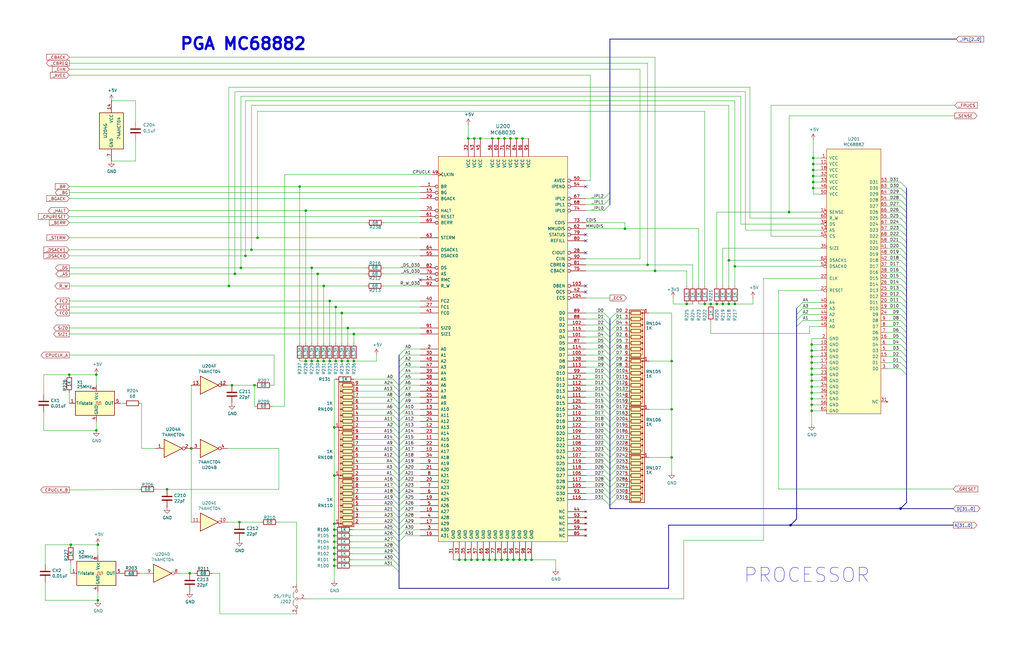
<source format=kicad_sch>
(kicad_sch (version 20211123) (generator eeschema)
  (paper "B")
  (title_block (title "Amiga N2630") (date "2023-02-17") (rev "4.0.0b"))
  (junction (at 342.9 71.755))
  (junction (at 224.155 236.22))
  (junction (at 342.265 150.495))
  (junction (at 379.73 214.63))
  (junction (at 307.34 128.27))
  (junction (at 41.275 253.365))
  (junction (at 80.645 189.2554))
  (junction (at 80.645 189.23))
  (junction (at 140.97 228.6))
  (junction (at 342.9 79.375))
  (junction (at 146.685 152.4))
  (junction (at 139.065 127))
  (junction (at 29.21 158.115))
  (junction (at 140.97 223.52))
  (junction (at 140.97 180.34))
  (junction (at 342.265 165.735))
  (junction (at 342.265 155.575))
  (junction (at 208.915 236.22))
  (junction (at 80.01 241.935))
  (junction (at 139.065 152.4))
  (junction (at 213.995 236.22))
  (junction (at 140.97 226.06))
  (junction (at 133.985 115.57))
  (junction (at 276.225 114.3))
  (junction (at 198.755 236.22))
  (junction (at 342.9 76.835))
  (junction (at 283.21 193.04))
  (junction (at 211.455 236.22))
  (junction (at 307.34 109.855))
  (junction (at 141.605 152.4))
  (junction (at 141.605 129.54))
  (junction (at 299.72 128.27))
  (junction (at 136.525 152.4))
  (junction (at 309.88 128.27))
  (junction (at 140.97 238.76))
  (junction (at 219.075 236.22))
  (junction (at 333.375 221.615))
  (junction (at 202.565 58.42))
  (junction (at 144.145 152.4))
  (junction (at 101.6 113.03))
  (junction (at 309.88 112.395))
  (junction (at 203.835 236.22))
  (junction (at 131.445 152.4))
  (junction (at 342.9 69.215))
  (junction (at 131.445 113.03))
  (junction (at 100.965 220.345))
  (junction (at 99.06 115.57))
  (junction (at 332.74 89.535))
  (junction (at 342.265 168.275))
  (junction (at 342.9 74.295))
  (junction (at 217.805 58.42))
  (junction (at 283.21 152.4))
  (junction (at 140.97 233.68))
  (junction (at 29.845 229.87))
  (junction (at 106.045 105.41))
  (junction (at 108.585 100.33))
  (junction (at 342.265 153.035))
  (junction (at 140.97 200.66))
  (junction (at 144.145 132.08))
  (junction (at 149.225 152.4))
  (junction (at 126.365 78.74))
  (junction (at 96.52 120.65))
  (junction (at 97.79 162.56))
  (junction (at 342.9 66.675))
  (junction (at 342.265 160.655))
  (junction (at 140.97 220.98))
  (junction (at 342.265 173.355))
  (junction (at 283.21 172.72))
  (junction (at 212.725 58.42))
  (junction (at 263.525 96.52))
  (junction (at 201.295 236.22))
  (junction (at 302.26 128.27))
  (junction (at 149.225 140.97))
  (junction (at 342.265 147.955))
  (junction (at 289.56 128.27))
  (junction (at 140.97 231.14))
  (junction (at 107.315 162.56))
  (junction (at 41.275 229.87))
  (junction (at 215.265 58.42))
  (junction (at 40.64 181.61))
  (junction (at 40.64 158.115))
  (junction (at 146.685 138.43))
  (junction (at 103.505 107.95))
  (junction (at 206.375 236.22))
  (junction (at 304.8 128.27))
  (junction (at 128.905 88.9))
  (junction (at 197.485 58.42))
  (junction (at 221.615 236.22))
  (junction (at 196.215 236.22))
  (junction (at 220.345 58.42))
  (junction (at 216.535 236.22))
  (junction (at 342.265 170.815))
  (junction (at 193.675 236.22))
  (junction (at 140.97 236.22))
  (junction (at 207.645 58.42))
  (junction (at 70.4342 206.4766))
  (junction (at 342.265 145.415))
  (junction (at 342.265 158.115))
  (junction (at 210.185 58.42))
  (junction (at 200.025 58.42))
  (junction (at 297.18 128.27))
  (junction (at 128.905 152.4))
  (junction (at 342.265 163.195))
  (junction (at 136.525 120.65))
  (junction (at 133.985 152.4))
  (junction (at 273.05 111.76))
  (no_connect (at 247.015 120.65))
  (no_connect (at 247.015 123.19))
  (no_connect (at 247.015 101.6))
  (no_connect (at 247.015 106.68))
  (no_connect (at 247.015 78.74))
  (no_connect (at 247.015 99.06))
  (no_connect (at 177.165 118.11))
  (bus_entry (at 259.715 172.72) (size -2.54 2.54))
  (bus_entry (at 170.815 170.18) (size -2.54 2.54))
  (bus_entry (at 379.73 155.575) (size 2.54 2.54))
  (bus_entry (at 338.455 135.255) (size -2.54 2.54))
  (bus_entry (at 254.635 149.86) (size 2.54 2.54))
  (bus_entry (at 165.735 160.02) (size 2.54 2.54))
  (bus_entry (at 165.735 208.28) (size 2.54 2.54))
  (bus_entry (at 170.815 147.32) (size -2.54 2.54))
  (bus_entry (at 165.735 218.44) (size 2.54 2.54))
  (bus_entry (at 338.455 132.715) (size -2.54 2.54))
  (bus_entry (at 170.815 162.56) (size -2.54 2.54))
  (bus_entry (at 170.815 152.4) (size -2.54 2.54))
  (bus_entry (at 259.715 177.8) (size -2.54 2.54))
  (bus_entry (at 254.635 190.5) (size 2.54 2.54))
  (bus_entry (at 259.715 203.2) (size -2.54 2.54))
  (bus_entry (at 170.815 177.8) (size -2.54 2.54))
  (bus_entry (at 259.715 132.08) (size -2.54 2.54))
  (bus_entry (at 254.635 195.58) (size 2.54 2.54))
  (bus_entry (at 170.815 187.96) (size -2.54 2.54))
  (bus_entry (at 259.715 193.04) (size -2.54 2.54))
  (bus_entry (at 254.635 147.32) (size 2.54 2.54))
  (bus_entry (at 165.735 226.06) (size 2.54 2.54))
  (bus_entry (at 165.735 177.8) (size 2.54 2.54))
  (bus_entry (at 259.715 182.88) (size -2.54 2.54))
  (bus_entry (at 170.815 198.12) (size -2.54 2.54))
  (bus_entry (at 259.715 198.12) (size -2.54 2.54))
  (bus_entry (at 170.815 213.36) (size -2.54 2.54))
  (bus_entry (at 170.815 157.48) (size -2.54 2.54))
  (bus_entry (at 165.735 167.64) (size 2.54 2.54))
  (bus_entry (at 254.635 160.02) (size 2.54 2.54))
  (bus_entry (at 254.635 182.88) (size 2.54 2.54))
  (bus_entry (at 379.73 114.935) (size 2.54 2.54))
  (bus_entry (at 170.815 195.58) (size -2.54 2.54))
  (bus_entry (at 165.735 162.56) (size 2.54 2.54))
  (bus_entry (at 170.815 208.28) (size -2.54 2.54))
  (bus_entry (at 165.735 231.14) (size 2.54 2.54))
  (bus_entry (at 379.73 142.875) (size 2.54 2.54))
  (bus_entry (at 379.73 97.155) (size 2.54 2.54))
  (bus_entry (at 379.73 89.535) (size 2.54 2.54))
  (bus_entry (at 165.735 223.52) (size 2.54 2.54))
  (bus_entry (at 379.73 127.635) (size 2.54 2.54))
  (bus_entry (at 259.715 190.5) (size -2.54 2.54))
  (bus_entry (at 254.635 170.18) (size 2.54 2.54))
  (bus_entry (at 259.715 147.32) (size -2.54 2.54))
  (bus_entry (at 259.715 154.94) (size -2.54 2.54))
  (bus_entry (at 170.815 215.9) (size -2.54 2.54))
  (bus_entry (at 165.735 170.18) (size 2.54 2.54))
  (bus_entry (at 379.73 84.455) (size 2.54 2.54))
  (bus_entry (at 170.815 205.74) (size -2.54 2.54))
  (bus_entry (at 379.73 137.795) (size 2.54 2.54))
  (bus_entry (at 170.815 154.94) (size -2.54 2.54))
  (bus_entry (at 254.635 142.24) (size 2.54 2.54))
  (bus_entry (at 254.635 172.72) (size 2.54 2.54))
  (bus_entry (at 165.735 220.98) (size 2.54 2.54))
  (bus_entry (at 379.73 76.835) (size 2.54 2.54))
  (bus_entry (at 259.715 205.74) (size -2.54 2.54))
  (bus_entry (at 165.735 190.5) (size 2.54 2.54))
  (bus_entry (at 254.635 177.8) (size 2.54 2.54))
  (bus_entry (at 379.73 150.495) (size 2.54 2.54))
  (bus_entry (at 170.815 200.66) (size -2.54 2.54))
  (bus_entry (at 165.735 228.6) (size 2.54 2.54))
  (bus_entry (at 379.73 132.715) (size 2.54 2.54))
  (bus_entry (at 259.715 208.28) (size -2.54 2.54))
  (bus_entry (at 170.815 226.06) (size -2.54 2.54))
  (bus_entry (at 379.73 92.075) (size 2.54 2.54))
  (bus_entry (at 165.735 210.82) (size 2.54 2.54))
  (bus_entry (at 379.73 120.015) (size 2.54 2.54))
  (bus_entry (at 165.735 165.1) (size 2.54 2.54))
  (bus_entry (at 170.815 185.42) (size -2.54 2.54))
  (bus_entry (at 170.815 210.82) (size -2.54 2.54))
  (bus_entry (at 254.635 152.4) (size 2.54 2.54))
  (bus_entry (at 259.715 195.58) (size -2.54 2.54))
  (bus_entry (at 254.635 185.42) (size 2.54 2.54))
  (bus_entry (at 379.73 117.475) (size 2.54 2.54))
  (bus_entry (at 259.715 144.78) (size -2.54 2.54))
  (bus_entry (at 165.735 187.96) (size 2.54 2.54))
  (bus_entry (at 379.73 86.995) (size 2.54 2.54))
  (bus_entry (at 254.635 137.16) (size 2.54 2.54))
  (bus_entry (at 165.735 180.34) (size 2.54 2.54))
  (bus_entry (at 165.735 172.72) (size 2.54 2.54))
  (bus_entry (at 254.635 88.9) (size 2.54 -2.54))
  (bus_entry (at 165.735 185.42) (size 2.54 2.54))
  (bus_entry (at 170.815 218.44) (size -2.54 2.54))
  (bus_entry (at 254.635 157.48) (size 2.54 2.54))
  (bus_entry (at 170.815 149.86) (size -2.54 2.54))
  (bus_entry (at 259.715 185.42) (size -2.54 2.54))
  (bus_entry (at 254.635 165.1) (size 2.54 2.54))
  (bus_entry (at 254.635 187.96) (size 2.54 2.54))
  (bus_entry (at 379.73 81.915) (size 2.54 2.54))
  (bus_entry (at 259.715 152.4) (size -2.54 2.54))
  (bus_entry (at 379.73 107.315) (size 2.54 2.54))
  (bus_entry (at 259.715 200.66) (size -2.54 2.54))
  (bus_entry (at 379.73 104.775) (size 2.54 2.54))
  (bus_entry (at 379.73 99.695) (size 2.54 2.54))
  (bus_entry (at 254.635 167.64) (size 2.54 2.54))
  (bus_entry (at 254.635 175.26) (size 2.54 2.54))
  (bus_entry (at 170.815 172.72) (size -2.54 2.54))
  (bus_entry (at 259.715 139.7) (size -2.54 2.54))
  (bus_entry (at 170.815 175.26) (size -2.54 2.54))
  (bus_entry (at 170.815 165.1) (size -2.54 2.54))
  (bus_entry (at 379.73 102.235) (size 2.54 2.54))
  (bus_entry (at 254.635 83.82) (size 2.54 -2.54))
  (bus_entry (at 259.715 167.64) (size -2.54 2.54))
  (bus_entry (at 254.635 162.56) (size 2.54 2.54))
  (bus_entry (at 379.73 135.255) (size 2.54 2.54))
  (bus_entry (at 170.815 160.02) (size -2.54 2.54))
  (bus_entry (at 254.635 193.04) (size 2.54 2.54))
  (bus_entry (at 165.735 238.76) (size 2.54 2.54))
  (bus_entry (at 165.735 200.66) (size 2.54 2.54))
  (bus_entry (at 379.73 130.175) (size 2.54 2.54))
  (bus_entry (at 165.735 205.74) (size 2.54 2.54))
  (bus_entry (at 170.815 180.34) (size -2.54 2.54))
  (bus_entry (at 259.715 137.16) (size -2.54 2.54))
  (bus_entry (at 170.815 203.2) (size -2.54 2.54))
  (bus_entry (at 254.635 205.74) (size 2.54 2.54))
  (bus_entry (at 379.73 153.035) (size 2.54 2.54))
  (bus_entry (at 254.635 86.36) (size 2.54 -2.54))
  (bus_entry (at 259.715 210.82) (size -2.54 2.54))
  (bus_entry (at 379.73 122.555) (size 2.54 2.54))
  (bus_entry (at 259.715 157.48) (size -2.54 2.54))
  (bus_entry (at 254.635 132.08) (size 2.54 2.54))
  (bus_entry (at 259.715 187.96) (size -2.54 2.54))
  (bus_entry (at 379.73 94.615) (size 2.54 2.54))
  (bus_entry (at 254.635 200.66) (size 2.54 2.54))
  (bus_entry (at 165.735 233.68) (size 2.54 2.54))
  (bus_entry (at 259.715 180.34) (size -2.54 2.54))
  (bus_entry (at 379.73 125.095) (size 2.54 2.54))
  (bus_entry (at 170.815 167.64) (size -2.54 2.54))
  (bus_entry (at 170.815 223.52) (size -2.54 2.54))
  (bus_entry (at 254.635 210.82) (size 2.54 2.54))
  (bus_entry (at 165.735 213.36) (size 2.54 2.54))
  (bus_entry (at 259.715 134.62) (size -2.54 2.54))
  (bus_entry (at 379.73 112.395) (size 2.54 2.54))
  (bus_entry (at 170.815 193.04) (size -2.54 2.54))
  (bus_entry (at 259.715 160.02) (size -2.54 2.54))
  (bus_entry (at 254.635 154.94) (size 2.54 2.54))
  (bus_entry (at 259.715 149.86) (size -2.54 2.54))
  (bus_entry (at 379.73 140.335) (size 2.54 2.54))
  (bus_entry (at 254.635 144.78) (size 2.54 2.54))
  (bus_entry (at 254.635 180.34) (size 2.54 2.54))
  (bus_entry (at 170.815 182.88) (size -2.54 2.54))
  (bus_entry (at 165.735 198.12) (size 2.54 2.54))
  (bus_entry (at 259.715 175.26) (size -2.54 2.54))
  (bus_entry (at 165.735 195.58) (size 2.54 2.54))
  (bus_entry (at 379.73 147.955) (size 2.54 2.54))
  (bus_entry (at 259.715 142.24) (size -2.54 2.54))
  (bus_entry (at 379.73 109.855) (size 2.54 2.54))
  (bus_entry (at 379.73 145.415) (size 2.54 2.54))
  (bus_entry (at 165.735 182.88) (size 2.54 2.54))
  (bus_entry (at 165.735 236.22) (size 2.54 2.54))
  (bus_entry (at 165.735 175.26) (size 2.54 2.54))
  (bus_entry (at 259.715 170.18) (size -2.54 2.54))
  (bus_entry (at 254.635 208.28) (size 2.54 2.54))
  (bus_entry (at 338.455 130.175) (size -2.54 2.54))
  (bus_entry (at 170.815 220.98) (size -2.54 2.54))
  (bus_entry (at 259.715 165.1) (size -2.54 2.54))
  (bus_entry (at 170.815 190.5) (size -2.54 2.54))
  (bus_entry (at 338.455 127.635) (size -2.54 2.54))
  (bus_entry (at 165.735 193.04) (size 2.54 2.54))
  (bus_entry (at 254.635 134.62) (size 2.54 2.54))
  (bus_entry (at 259.715 162.56) (size -2.54 2.54))
  (bus_entry (at 379.73 79.375) (size 2.54 2.54))
  (bus_entry (at 165.735 215.9) (size 2.54 2.54))
  (bus_entry (at 254.635 139.7) (size 2.54 2.54))
  (bus_entry (at 165.735 203.2) (size 2.54 2.54))
  (bus_entry (at 254.635 198.12) (size 2.54 2.54))
  (bus_entry (at 254.635 203.2) (size 2.54 2.54))
  (wire (pts (xy 247.015 180.34) (xy 254.635 180.34)))
  (bus (pts (xy 257.175 190.5) (xy 257.175 193.04)))
  (wire (pts (xy 374.015 102.235) (xy 379.73 102.235)))
  (wire (pts (xy 309.88 42.545) (xy 103.505 42.545)))
  (wire (pts (xy 342.265 150.495) (xy 342.265 153.035)))
  (wire (pts (xy 247.015 88.9) (xy 254.635 88.9)))
  (wire (pts (xy 125.095 246.38) (xy 125.095 220.345)))
  (bus (pts (xy 382.27 153.035) (xy 382.27 155.575)))
  (wire (pts (xy 151.13 205.74) (xy 165.735 205.74)))
  (wire (pts (xy 151.13 165.1) (xy 165.735 165.1)))
  (wire (pts (xy 140.97 231.14) (xy 140.97 233.68)))
  (wire (pts (xy 200.025 58.42) (xy 197.485 58.42)))
  (wire (pts (xy 92.71 241.935) (xy 89.535 241.935)))
  (bus (pts (xy 382.27 92.075) (xy 382.27 94.615)))
  (bus (pts (xy 168.275 210.82) (xy 168.275 213.36)))
  (wire (pts (xy 342.265 170.815) (xy 342.265 173.355)))
  (wire (pts (xy 177.165 165.1) (xy 170.815 165.1)))
  (wire (pts (xy 269.875 109.22) (xy 269.875 29.21)))
  (wire (pts (xy 177.165 162.56) (xy 170.815 162.56)))
  (wire (pts (xy 374.015 76.835) (xy 379.73 76.835)))
  (bus (pts (xy 257.175 175.26) (xy 257.175 177.8)))
  (wire (pts (xy 216.535 236.22) (xy 219.075 236.22)))
  (wire (pts (xy 247.015 93.98) (xy 263.525 93.98)))
  (wire (pts (xy 259.715 162.56) (xy 263.525 162.56)))
  (bus (pts (xy 257.175 139.7) (xy 257.175 142.24)))
  (bus (pts (xy 382.27 120.015) (xy 382.27 122.555)))
  (bus (pts (xy 335.915 135.255) (xy 335.915 137.795)))
  (wire (pts (xy 304.8 104.775) (xy 346.075 104.775)))
  (wire (pts (xy 273.685 172.72) (xy 283.21 172.72)))
  (wire (pts (xy 193.675 236.22) (xy 196.215 236.22)))
  (wire (pts (xy 149.225 152.4) (xy 158.75 152.4)))
  (wire (pts (xy 151.13 198.12) (xy 165.735 198.12)))
  (wire (pts (xy 211.455 236.22) (xy 213.995 236.22)))
  (wire (pts (xy 151.13 190.5) (xy 165.735 190.5)))
  (wire (pts (xy 346.075 165.735) (xy 342.265 165.735)))
  (bus (pts (xy 382.27 86.995) (xy 382.27 89.535)))
  (wire (pts (xy 177.165 175.26) (xy 170.815 175.26)))
  (wire (pts (xy 346.075 99.695) (xy 325.12 99.695)))
  (wire (pts (xy 297.18 120.65) (xy 297.18 46.99)))
  (bus (pts (xy 257.175 152.4) (xy 257.175 154.94)))
  (bus (pts (xy 168.275 187.96) (xy 168.275 190.5)))
  (wire (pts (xy 177.165 120.65) (xy 161.925 120.65)))
  (wire (pts (xy 125.095 220.345) (xy 117.475 220.345)))
  (wire (pts (xy 177.165 190.5) (xy 170.815 190.5)))
  (bus (pts (xy 168.275 233.68) (xy 168.275 236.22)))
  (bus (pts (xy 257.175 16.51) (xy 257.175 81.28)))
  (wire (pts (xy 177.165 215.9) (xy 170.815 215.9)))
  (bus (pts (xy 168.275 220.98) (xy 168.275 223.52)))
  (bus (pts (xy 257.175 172.72) (xy 257.175 175.26)))
  (wire (pts (xy 140.97 236.22) (xy 140.97 238.76)))
  (bus (pts (xy 168.275 154.94) (xy 168.275 157.48)))
  (wire (pts (xy 177.165 223.52) (xy 170.815 223.52)))
  (wire (pts (xy 125.095 259.08) (xy 92.71 259.08)))
  (wire (pts (xy 374.015 112.395) (xy 379.73 112.395)))
  (wire (pts (xy 346.075 150.495) (xy 342.265 150.495)))
  (bus (pts (xy 168.275 149.86) (xy 168.275 152.4)))
  (bus (pts (xy 168.275 195.58) (xy 168.275 198.12)))
  (wire (pts (xy 196.215 236.22) (xy 198.755 236.22)))
  (wire (pts (xy 177.165 93.98) (xy 162.052 93.98)))
  (wire (pts (xy 247.015 142.24) (xy 254.635 142.24)))
  (wire (pts (xy 283.21 152.4) (xy 283.21 132.08)))
  (bus (pts (xy 382.27 140.335) (xy 382.27 142.875)))
  (wire (pts (xy 346.075 71.755) (xy 342.9 71.755)))
  (bus (pts (xy 257.175 147.32) (xy 257.175 149.86)))
  (wire (pts (xy 99.06 38.735) (xy 99.06 115.57)))
  (wire (pts (xy 177.165 198.12) (xy 170.815 198.12)))
  (wire (pts (xy 80.645 189.23) (xy 80.645 189.2554)))
  (wire (pts (xy 259.715 152.4) (xy 263.525 152.4)))
  (wire (pts (xy 374.015 147.955) (xy 379.73 147.955)))
  (wire (pts (xy 307.34 109.855) (xy 307.34 44.45)))
  (wire (pts (xy 177.165 170.18) (xy 170.815 170.18)))
  (wire (pts (xy 307.34 120.65) (xy 307.34 109.855)))
  (wire (pts (xy 220.345 58.42) (xy 217.805 58.42)))
  (bus (pts (xy 382.27 132.715) (xy 382.27 135.255)))
  (wire (pts (xy 198.755 236.22) (xy 201.295 236.22)))
  (wire (pts (xy 263.525 175.26) (xy 259.715 175.26)))
  (wire (pts (xy 80.645 162.56) (xy 80.645 189.23)))
  (wire (pts (xy 18.415 173.99) (xy 18.415 181.61)))
  (bus (pts (xy 168.275 167.64) (xy 168.275 170.18)))
  (wire (pts (xy 316.23 36.83) (xy 96.52 36.83)))
  (wire (pts (xy 117.602 189.2554) (xy 117.602 206.4766)))
  (bus (pts (xy 382.27 155.575) (xy 382.27 158.115)))
  (wire (pts (xy 263.525 142.24) (xy 259.715 142.24)))
  (wire (pts (xy 346.075 79.375) (xy 342.9 79.375)))
  (wire (pts (xy 263.525 193.04) (xy 259.715 193.04)))
  (wire (pts (xy 126.365 78.74) (xy 126.365 144.78)))
  (wire (pts (xy 247.015 152.4) (xy 254.635 152.4)))
  (bus (pts (xy 257.175 177.8) (xy 257.175 180.34)))
  (wire (pts (xy 177.165 78.74) (xy 126.365 78.74)))
  (wire (pts (xy 247.015 203.2) (xy 254.635 203.2)))
  (wire (pts (xy 316.23 92.075) (xy 316.23 36.83)))
  (wire (pts (xy 346.075 122.555) (xy 328.295 122.555)))
  (wire (pts (xy 247.015 200.66) (xy 254.635 200.66)))
  (wire (pts (xy 304.8 104.775) (xy 304.8 120.65)))
  (wire (pts (xy 213.995 236.22) (xy 216.535 236.22)))
  (wire (pts (xy 346.075 117.475) (xy 321.945 117.475)))
  (wire (pts (xy 128.905 88.9) (xy 29.21 88.9)))
  (wire (pts (xy 95.885 220.345) (xy 100.965 220.345)))
  (wire (pts (xy 374.015 153.035) (xy 379.73 153.035)))
  (wire (pts (xy 29.21 140.97) (xy 149.225 140.97)))
  (wire (pts (xy 374.015 150.495) (xy 379.73 150.495)))
  (wire (pts (xy 146.685 152.4) (xy 149.225 152.4)))
  (bus (pts (xy 168.275 215.9) (xy 168.275 218.44)))
  (wire (pts (xy 148.59 236.22) (xy 165.735 236.22)))
  (wire (pts (xy 342.265 160.655) (xy 342.265 163.195)))
  (wire (pts (xy 158.75 152.4) (xy 158.75 149.86)))
  (wire (pts (xy 101.6 113.03) (xy 29.21 113.03)))
  (wire (pts (xy 29.845 229.87) (xy 41.275 229.87)))
  (wire (pts (xy 177.165 177.8) (xy 170.815 177.8)))
  (wire (pts (xy 374.015 92.075) (xy 379.73 92.075)))
  (wire (pts (xy 40.64 162.56) (xy 40.64 158.115)))
  (wire (pts (xy 374.015 84.455) (xy 379.73 84.455)))
  (wire (pts (xy 374.015 135.255) (xy 379.73 135.255)))
  (wire (pts (xy 247.015 83.82) (xy 254.635 83.82)))
  (bus (pts (xy 382.27 84.455) (xy 382.27 86.995)))
  (bus (pts (xy 335.915 219.075) (xy 333.375 221.615)))
  (wire (pts (xy 374.015 79.375) (xy 379.73 79.375)))
  (wire (pts (xy 151.13 213.36) (xy 165.735 213.36)))
  (bus (pts (xy 168.275 198.12) (xy 168.275 200.66)))
  (wire (pts (xy 177.165 226.06) (xy 170.815 226.06)))
  (wire (pts (xy 307.34 128.27) (xy 309.88 128.27)))
  (wire (pts (xy 29.21 170.18) (xy 29.21 165.735)))
  (wire (pts (xy 247.015 170.18) (xy 254.635 170.18)))
  (wire (pts (xy 120.015 73.66) (xy 120.015 171.45)))
  (wire (pts (xy 374.015 155.575) (xy 379.73 155.575)))
  (wire (pts (xy 374.015 142.875) (xy 379.73 142.875)))
  (wire (pts (xy 95.885 189.2554) (xy 117.602 189.2554)))
  (wire (pts (xy 139.065 144.78) (xy 139.065 127)))
  (wire (pts (xy 114.935 162.56) (xy 115.57 162.56)))
  (bus (pts (xy 257.175 81.28) (xy 257.175 83.82)))
  (bus (pts (xy 257.175 160.02) (xy 257.175 162.56)))
  (bus (pts (xy 382.27 102.235) (xy 382.27 104.775)))
  (wire (pts (xy 57.15 42.545) (xy 57.15 51.435)))
  (wire (pts (xy 297.18 128.27) (xy 299.72 128.27)))
  (wire (pts (xy 321.945 227.965) (xy 288.29 227.965)))
  (wire (pts (xy 342.9 71.755) (xy 342.9 69.215)))
  (wire (pts (xy 29.21 24.13) (xy 276.225 24.13)))
  (wire (pts (xy 374.015 89.535) (xy 379.73 89.535)))
  (wire (pts (xy 29.21 158.115) (xy 40.64 158.115)))
  (wire (pts (xy 346.075 66.675) (xy 342.9 66.675)))
  (wire (pts (xy 210.185 58.42) (xy 207.645 58.42)))
  (wire (pts (xy 247.015 172.72) (xy 254.635 172.72)))
  (wire (pts (xy 219.075 236.22) (xy 221.615 236.22)))
  (wire (pts (xy 19.05 229.87) (xy 29.845 229.87)))
  (bus (pts (xy 382.27 81.915) (xy 382.27 84.455)))
  (wire (pts (xy 325.12 99.695) (xy 325.12 44.45)))
  (wire (pts (xy 317.5 128.27) (xy 317.5 125.73)))
  (bus (pts (xy 382.27 112.395) (xy 382.27 114.935)))
  (wire (pts (xy 294.64 128.27) (xy 297.18 128.27)))
  (wire (pts (xy 247.015 86.36) (xy 254.635 86.36)))
  (bus (pts (xy 382.27 97.155) (xy 382.27 99.695)))
  (wire (pts (xy 148.59 238.76) (xy 165.735 238.76)))
  (wire (pts (xy 247.015 208.28) (xy 254.635 208.28)))
  (bus (pts (xy 168.275 180.34) (xy 168.275 182.88)))
  (wire (pts (xy 328.295 206.375) (xy 401.955 206.375)))
  (bus (pts (xy 257.175 154.94) (xy 257.175 157.48)))
  (wire (pts (xy 374.015 94.615) (xy 379.73 94.615)))
  (wire (pts (xy 99.06 115.57) (xy 133.985 115.57)))
  (wire (pts (xy 177.165 157.48) (xy 170.815 157.48)))
  (wire (pts (xy 314.325 97.155) (xy 346.075 97.155)))
  (wire (pts (xy 191.135 236.22) (xy 193.675 236.22)))
  (wire (pts (xy 374.015 130.175) (xy 379.73 130.175)))
  (wire (pts (xy 80.645 189.2554) (xy 80.645 220.345)))
  (wire (pts (xy 224.155 236.22) (xy 234.315 236.22)))
  (wire (pts (xy 177.165 147.32) (xy 170.815 147.32)))
  (wire (pts (xy 115.57 162.56) (xy 115.57 149.86)))
  (wire (pts (xy 292.1 120.65) (xy 292.1 111.76)))
  (wire (pts (xy 52.07 170.18) (xy 50.8 170.18)))
  (wire (pts (xy 177.165 218.44) (xy 170.815 218.44)))
  (wire (pts (xy 342.265 163.195) (xy 342.265 165.735)))
  (wire (pts (xy 247.015 198.12) (xy 254.635 198.12)))
  (wire (pts (xy 325.12 44.45) (xy 402.59 44.45)))
  (wire (pts (xy 101.6 113.03) (xy 101.6 40.64)))
  (bus (pts (xy 382.27 135.255) (xy 382.27 137.795)))
  (wire (pts (xy 259.715 195.58) (xy 263.525 195.58)))
  (wire (pts (xy 154.432 93.98) (xy 29.21 93.98)))
  (wire (pts (xy 332.74 89.535) (xy 332.74 48.895)))
  (wire (pts (xy 259.715 167.64) (xy 263.525 167.64)))
  (wire (pts (xy 151.13 187.96) (xy 165.735 187.96)))
  (wire (pts (xy 177.165 210.82) (xy 170.815 210.82)))
  (wire (pts (xy 273.685 193.04) (xy 283.21 193.04)))
  (bus (pts (xy 168.275 203.2) (xy 168.275 205.74)))
  (wire (pts (xy 312.42 40.64) (xy 312.42 94.615)))
  (bus (pts (xy 257.175 162.56) (xy 257.175 165.1)))
  (wire (pts (xy 247.015 144.78) (xy 254.635 144.78)))
  (wire (pts (xy 108.585 100.33) (xy 29.21 100.33)))
  (wire (pts (xy 374.015 99.695) (xy 379.73 99.695)))
  (wire (pts (xy 140.97 220.98) (xy 140.97 223.52)))
  (wire (pts (xy 341.376 137.795) (xy 341.376 140.716)))
  (wire (pts (xy 177.165 213.36) (xy 170.815 213.36)))
  (wire (pts (xy 309.88 128.27) (xy 317.5 128.27)))
  (wire (pts (xy 259.715 149.86) (xy 263.525 149.86)))
  (bus (pts (xy 382.27 79.375) (xy 382.27 81.915)))
  (wire (pts (xy 221.615 236.22) (xy 224.155 236.22)))
  (wire (pts (xy 263.525 185.42) (xy 259.715 185.42)))
  (wire (pts (xy 177.165 185.42) (xy 170.815 185.42)))
  (wire (pts (xy 269.875 29.21) (xy 29.21 29.21)))
  (bus (pts (xy 168.275 248.285) (xy 281.94 248.285)))
  (wire (pts (xy 374.015 122.555) (xy 379.73 122.555)))
  (wire (pts (xy 263.525 154.94) (xy 259.715 154.94)))
  (wire (pts (xy 346.075 135.255) (xy 338.455 135.255)))
  (wire (pts (xy 144.145 132.08) (xy 29.21 132.08)))
  (wire (pts (xy 217.805 58.42) (xy 215.265 58.42)))
  (wire (pts (xy 114.935 171.45) (xy 120.015 171.45)))
  (bus (pts (xy 257.175 187.96) (xy 257.175 190.5)))
  (wire (pts (xy 263.525 180.34) (xy 259.715 180.34)))
  (wire (pts (xy 259.715 200.66) (xy 263.525 200.66)))
  (wire (pts (xy 151.13 218.44) (xy 165.735 218.44)))
  (wire (pts (xy 177.165 182.88) (xy 170.815 182.88)))
  (wire (pts (xy 177.165 172.72) (xy 170.815 172.72)))
  (wire (pts (xy 106.045 44.45) (xy 106.045 105.41)))
  (wire (pts (xy 177.165 81.28) (xy 29.21 81.28)))
  (wire (pts (xy 29.845 241.935) (xy 29.845 237.49)))
  (wire (pts (xy 126.365 152.4) (xy 128.905 152.4)))
  (wire (pts (xy 177.165 149.86) (xy 170.815 149.86)))
  (wire (pts (xy 309.88 112.395) (xy 309.88 42.545)))
  (wire (pts (xy 149.225 140.97) (xy 177.165 140.97)))
  (wire (pts (xy 19.05 245.745) (xy 19.05 253.365)))
  (wire (pts (xy 316.23 92.075) (xy 346.075 92.075)))
  (wire (pts (xy 247.015 195.58) (xy 254.635 195.58)))
  (wire (pts (xy 302.26 89.535) (xy 332.74 89.535)))
  (wire (pts (xy 140.97 238.76) (xy 140.97 244.856)))
  (bus (pts (xy 168.275 160.02) (xy 168.275 162.56)))
  (wire (pts (xy 128.905 88.9) (xy 128.905 144.78)))
  (wire (pts (xy 342.265 147.955) (xy 342.265 150.495)))
  (bus (pts (xy 257.175 205.74) (xy 257.175 208.28)))
  (wire (pts (xy 247.015 165.1) (xy 254.635 165.1)))
  (bus (pts (xy 382.27 117.475) (xy 382.27 120.015)))
  (wire (pts (xy 103.505 42.545) (xy 103.505 107.95)))
  (wire (pts (xy 263.525 203.2) (xy 259.715 203.2)))
  (wire (pts (xy 29.21 91.44) (xy 177.165 91.44)))
  (wire (pts (xy 222.885 58.42) (xy 220.345 58.42)))
  (bus (pts (xy 168.275 218.44) (xy 168.275 220.98)))
  (wire (pts (xy 140.97 160.02) (xy 141.605 160.02)))
  (wire (pts (xy 247.015 210.82) (xy 254.635 210.82)))
  (bus (pts (xy 382.27 147.955) (xy 382.27 150.495)))
  (wire (pts (xy 346.075 69.215) (xy 342.9 69.215)))
  (wire (pts (xy 140.97 200.66) (xy 140.97 180.34)))
  (bus (pts (xy 382.27 125.095) (xy 382.27 127.635)))
  (bus (pts (xy 168.275 231.14) (xy 168.275 233.68)))
  (wire (pts (xy 29.21 115.57) (xy 99.06 115.57)))
  (wire (pts (xy 247.015 187.96) (xy 254.635 187.96)))
  (bus (pts (xy 168.275 205.74) (xy 168.275 208.28)))
  (wire (pts (xy 107.315 162.56) (xy 107.315 171.45)))
  (wire (pts (xy 177.165 107.95) (xy 103.505 107.95)))
  (bus (pts (xy 257.175 142.24) (xy 257.175 144.78)))
  (wire (pts (xy 263.525 96.52) (xy 263.525 93.98)))
  (wire (pts (xy 151.13 220.98) (xy 165.735 220.98)))
  (wire (pts (xy 151.13 172.72) (xy 165.735 172.72)))
  (wire (pts (xy 247.015 154.94) (xy 254.635 154.94)))
  (wire (pts (xy 263.525 165.1) (xy 259.715 165.1)))
  (wire (pts (xy 321.945 117.475) (xy 321.945 227.965)))
  (wire (pts (xy 342.9 81.915) (xy 342.9 79.375)))
  (wire (pts (xy 342.9 74.295) (xy 342.9 71.755)))
  (wire (pts (xy 139.065 127) (xy 177.165 127)))
  (wire (pts (xy 201.295 236.22) (xy 203.835 236.22)))
  (wire (pts (xy 126.365 78.74) (xy 29.21 78.74)))
  (wire (pts (xy 128.905 152.4) (xy 131.445 152.4)))
  (wire (pts (xy 151.13 215.9) (xy 165.735 215.9)))
  (wire (pts (xy 146.685 138.43) (xy 29.21 138.43)))
  (wire (pts (xy 374.015 81.915) (xy 379.73 81.915)))
  (wire (pts (xy 151.13 185.42) (xy 165.735 185.42)))
  (wire (pts (xy 346.075 130.175) (xy 338.455 130.175)))
  (wire (pts (xy 177.165 154.94) (xy 170.815 154.94)))
  (bus (pts (xy 168.275 228.6) (xy 168.275 231.14)))
  (wire (pts (xy 144.145 144.78) (xy 144.145 132.08)))
  (wire (pts (xy 131.445 152.4) (xy 133.985 152.4)))
  (bus (pts (xy 257.175 149.86) (xy 257.175 152.4)))
  (wire (pts (xy 374.015 109.855) (xy 379.73 109.855)))
  (wire (pts (xy 263.525 170.18) (xy 259.715 170.18)))
  (wire (pts (xy 151.13 162.56) (xy 165.735 162.56)))
  (wire (pts (xy 18.415 166.37) (xy 18.415 158.115)))
  (wire (pts (xy 374.015 120.015) (xy 379.73 120.015)))
  (wire (pts (xy 148.59 228.6) (xy 165.735 228.6)))
  (wire (pts (xy 341.376 137.795) (xy 346.075 137.795)))
  (wire (pts (xy 247.015 157.48) (xy 254.635 157.48)))
  (wire (pts (xy 177.165 88.9) (xy 128.905 88.9)))
  (bus (pts (xy 168.275 208.28) (xy 168.275 210.82)))
  (wire (pts (xy 140.97 180.34) (xy 140.97 160.02)))
  (bus (pts (xy 382.27 114.935) (xy 382.27 117.475)))
  (bus (pts (xy 257.175 83.82) (xy 257.175 86.36)))
  (wire (pts (xy 144.145 132.08) (xy 177.165 132.08)))
  (bus (pts (xy 257.175 185.42) (xy 257.175 187.96)))
  (bus (pts (xy 168.275 175.26) (xy 168.275 177.8)))
  (bus (pts (xy 281.94 221.615) (xy 333.375 221.615)))
  (bus (pts (xy 168.275 182.88) (xy 168.275 185.42)))
  (wire (pts (xy 141.605 129.54) (xy 29.21 129.54)))
  (wire (pts (xy 177.165 203.2) (xy 170.815 203.2)))
  (wire (pts (xy 57.15 42.545) (xy 46.99 42.545)))
  (wire (pts (xy 247.015 185.42) (xy 254.635 185.42)))
  (wire (pts (xy 139.065 152.4) (xy 141.605 152.4)))
  (bus (pts (xy 257.175 165.1) (xy 257.175 167.64)))
  (wire (pts (xy 133.985 115.57) (xy 154.305 115.57)))
  (bus (pts (xy 257.175 180.34) (xy 257.175 182.88)))
  (bus (pts (xy 382.27 109.855) (xy 382.27 112.395)))
  (bus (pts (xy 168.275 172.72) (xy 168.275 175.26)))
  (wire (pts (xy 259.715 144.78) (xy 263.525 144.78)))
  (wire (pts (xy 247.015 137.16) (xy 254.635 137.16)))
  (bus (pts (xy 382.27 107.315) (xy 382.27 109.855)))
  (wire (pts (xy 133.985 144.78) (xy 133.985 115.57)))
  (wire (pts (xy 151.13 210.82) (xy 165.735 210.82)))
  (wire (pts (xy 374.015 107.315) (xy 379.73 107.315)))
  (wire (pts (xy 107.315 162.56) (xy 97.79 162.56)))
  (bus (pts (xy 257.175 203.2) (xy 257.175 205.74)))
  (wire (pts (xy 299.72 128.27) (xy 302.26 128.27)))
  (wire (pts (xy 151.13 193.04) (xy 165.735 193.04)))
  (wire (pts (xy 95.885 162.56) (xy 97.79 162.56)))
  (wire (pts (xy 342.9 69.215) (xy 342.9 66.675)))
  (wire (pts (xy 374.015 145.415) (xy 379.73 145.415)))
  (wire (pts (xy 136.525 152.4) (xy 139.065 152.4)))
  (wire (pts (xy 346.075 127.635) (xy 338.455 127.635)))
  (wire (pts (xy 46.99 67.945) (xy 57.15 67.945)))
  (bus (pts (xy 168.275 236.22) (xy 168.275 238.76)))
  (wire (pts (xy 263.525 198.12) (xy 259.715 198.12)))
  (wire (pts (xy 294.64 96.52) (xy 294.64 120.65)))
  (wire (pts (xy 18.415 158.115) (xy 29.21 158.115)))
  (wire (pts (xy 263.525 147.32) (xy 259.715 147.32)))
  (bus (pts (xy 257.175 214.63) (xy 379.73 214.63)))
  (wire (pts (xy 247.015 134.62) (xy 254.635 134.62)))
  (wire (pts (xy 177.165 187.96) (xy 170.815 187.96)))
  (wire (pts (xy 283.21 132.08) (xy 273.685 132.08)))
  (wire (pts (xy 136.525 144.78) (xy 136.525 120.65)))
  (wire (pts (xy 247.015 205.74) (xy 254.635 205.74)))
  (wire (pts (xy 41.275 234.315) (xy 41.275 229.87)))
  (wire (pts (xy 19.05 238.125) (xy 19.05 229.87)))
  (wire (pts (xy 177.165 195.58) (xy 170.815 195.58)))
  (wire (pts (xy 374.015 127.635) (xy 379.73 127.635)))
  (wire (pts (xy 151.13 180.34) (xy 165.735 180.34)))
  (wire (pts (xy 263.525 160.02) (xy 259.715 160.02)))
  (wire (pts (xy 374.015 132.715) (xy 379.73 132.715)))
  (wire (pts (xy 342.265 173.355) (xy 342.265 179.07)))
  (wire (pts (xy 247.015 76.2) (xy 248.92 76.2)))
  (wire (pts (xy 177.165 200.66) (xy 170.815 200.66)))
  (wire (pts (xy 342.9 66.675) (xy 342.9 59.055)))
  (wire (pts (xy 177.165 208.28) (xy 170.815 208.28)))
  (wire (pts (xy 149.225 144.78) (xy 149.225 140.97)))
  (wire (pts (xy 247.015 132.08) (xy 254.635 132.08)))
  (wire (pts (xy 374.015 114.935) (xy 379.73 114.935)))
  (wire (pts (xy 65.405 189.23) (xy 59.69 189.23)))
  (bus (pts (xy 382.27 127.635) (xy 382.27 130.175)))
  (bus (pts (xy 168.275 162.56) (xy 168.275 165.1)))
  (bus (pts (xy 257.175 134.62) (xy 257.175 137.16)))
  (wire (pts (xy 177.165 152.4) (xy 170.815 152.4)))
  (wire (pts (xy 108.585 46.99) (xy 297.18 46.99)))
  (wire (pts (xy 140.97 226.06) (xy 140.97 228.6)))
  (bus (pts (xy 281.94 248.285) (xy 281.94 221.615)))
  (wire (pts (xy 346.075 145.415) (xy 342.265 145.415)))
  (wire (pts (xy 276.225 114.3) (xy 276.225 24.13)))
  (bus (pts (xy 168.275 152.4) (xy 168.275 154.94)))
  (wire (pts (xy 182.245 73.66) (xy 120.015 73.66)))
  (wire (pts (xy 81.915 241.935) (xy 80.01 241.935)))
  (wire (pts (xy 202.565 58.42) (xy 207.645 58.42)))
  (bus (pts (xy 382.27 94.615) (xy 382.27 97.155)))
  (wire (pts (xy 273.685 152.4) (xy 283.21 152.4)))
  (wire (pts (xy 259.715 205.74) (xy 263.525 205.74)))
  (wire (pts (xy 346.075 89.535) (xy 332.74 89.535)))
  (bus (pts (xy 382.27 150.495) (xy 382.27 153.035)))
  (bus (pts (xy 382.27 130.175) (xy 382.27 132.715)))
  (wire (pts (xy 140.97 228.6) (xy 140.97 231.14)))
  (wire (pts (xy 288.29 252.73) (xy 128.905 252.73)))
  (wire (pts (xy 299.72 135.89) (xy 299.72 140.716)))
  (wire (pts (xy 302.26 120.65) (xy 302.26 89.535)))
  (wire (pts (xy 273.05 111.76) (xy 292.1 111.76)))
  (wire (pts (xy 346.075 147.955) (xy 342.265 147.955)))
  (wire (pts (xy 289.56 128.27) (xy 292.1 128.27)))
  (wire (pts (xy 151.13 177.8) (xy 165.735 177.8)))
  (bus (pts (xy 257.175 167.64) (xy 257.175 170.18)))
  (bus (pts (xy 168.275 190.5) (xy 168.275 193.04)))
  (wire (pts (xy 177.165 83.82) (xy 29.21 83.82)))
  (wire (pts (xy 259.715 187.96) (xy 263.525 187.96)))
  (wire (pts (xy 177.165 220.98) (xy 170.815 220.98)))
  (wire (pts (xy 342.265 153.035) (xy 342.265 155.575)))
  (wire (pts (xy 259.715 157.48) (xy 263.525 157.48)))
  (wire (pts (xy 346.075 81.915) (xy 342.9 81.915)))
  (wire (pts (xy 374.015 104.775) (xy 379.73 104.775)))
  (bus (pts (xy 168.275 193.04) (xy 168.275 195.58)))
  (bus (pts (xy 257.175 195.58) (xy 257.175 198.12)))
  (wire (pts (xy 202.565 58.42) (xy 200.025 58.42)))
  (wire (pts (xy 103.505 107.95) (xy 29.21 107.95)))
  (wire (pts (xy 247.015 167.64) (xy 254.635 167.64)))
  (bus (pts (xy 257.175 170.18) (xy 257.175 172.72)))
  (wire (pts (xy 276.225 114.3) (xy 289.56 114.3)))
  (wire (pts (xy 177.165 113.03) (xy 161.925 113.03)))
  (wire (pts (xy 203.835 236.22) (xy 206.375 236.22)))
  (wire (pts (xy 148.59 233.68) (xy 165.735 233.68)))
  (bus (pts (xy 257.175 200.66) (xy 257.175 203.2)))
  (wire (pts (xy 177.165 105.41) (xy 106.045 105.41)))
  (wire (pts (xy 57.15 67.945) (xy 57.15 59.055)))
  (wire (pts (xy 247.015 139.7) (xy 254.635 139.7)))
  (wire (pts (xy 247.015 177.8) (xy 254.635 177.8)))
  (wire (pts (xy 29.21 26.67) (xy 273.05 26.67)))
  (wire (pts (xy 139.065 127) (xy 29.21 127)))
  (wire (pts (xy 247.015 109.22) (xy 269.875 109.22)))
  (wire (pts (xy 247.015 190.5) (xy 254.635 190.5)))
  (wire (pts (xy 283.21 193.04) (xy 283.21 199.39)))
  (wire (pts (xy 307.34 44.45) (xy 106.045 44.45)))
  (wire (pts (xy 346.075 76.835) (xy 342.9 76.835)))
  (wire (pts (xy 346.075 168.275) (xy 342.265 168.275)))
  (bus (pts (xy 335.915 132.715) (xy 335.915 135.255)))
  (wire (pts (xy 289.56 128.27) (xy 283.845 128.27)))
  (wire (pts (xy 148.59 231.14) (xy 165.735 231.14)))
  (wire (pts (xy 259.715 172.72) (xy 263.525 172.72)))
  (wire (pts (xy 248.92 31.75) (xy 29.21 31.75)))
  (wire (pts (xy 247.015 182.88) (xy 254.635 182.88)))
  (bus (pts (xy 257.175 157.48) (xy 257.175 160.02)))
  (wire (pts (xy 66.04 206.4766) (xy 70.4342 206.4766)))
  (wire (pts (xy 259.715 134.62) (xy 263.525 134.62)))
  (wire (pts (xy 18.415 181.61) (xy 40.64 181.61)))
  (wire (pts (xy 141.605 152.4) (xy 144.145 152.4)))
  (wire (pts (xy 288.29 227.965) (xy 288.29 252.73)))
  (wire (pts (xy 59.055 241.935) (xy 60.96 241.935)))
  (wire (pts (xy 309.88 120.65) (xy 309.88 112.395)))
  (wire (pts (xy 212.725 58.42) (xy 210.185 58.42)))
  (bus (pts (xy 257.175 208.28) (xy 257.175 210.82)))
  (wire (pts (xy 140.97 223.52) (xy 140.97 226.06)))
  (wire (pts (xy 346.075 74.295) (xy 342.9 74.295)))
  (wire (pts (xy 76.2 241.935) (xy 80.01 241.935)))
  (wire (pts (xy 108.585 100.33) (xy 177.165 100.33)))
  (bus (pts (xy 382.27 145.415) (xy 382.27 147.955)))
  (wire (pts (xy 151.13 203.2) (xy 165.735 203.2)))
  (wire (pts (xy 248.92 76.2) (xy 248.92 31.75)))
  (wire (pts (xy 151.13 175.26) (xy 165.735 175.26)))
  (bus (pts (xy 257.175 137.16) (xy 257.175 139.7)))
  (wire (pts (xy 108.585 100.33) (xy 108.585 46.99)))
  (bus (pts (xy 335.915 130.175) (xy 335.915 132.715)))
  (wire (pts (xy 346.075 155.575) (xy 342.265 155.575)))
  (bus (pts (xy 257.175 210.82) (xy 257.175 213.36)))
  (wire (pts (xy 151.13 200.66) (xy 165.735 200.66)))
  (wire (pts (xy 40.64 177.8) (xy 40.64 181.61)))
  (wire (pts (xy 346.075 170.815) (xy 342.265 170.815)))
  (wire (pts (xy 151.13 208.28) (xy 165.735 208.28)))
  (bus (pts (xy 168.275 200.66) (xy 168.275 203.2)))
  (wire (pts (xy 247.015 147.32) (xy 254.635 147.32)))
  (wire (pts (xy 247.015 193.04) (xy 254.635 193.04)))
  (bus (pts (xy 382.27 142.875) (xy 382.27 145.415)))
  (bus (pts (xy 257.175 16.51) (xy 403.225 16.51)))
  (wire (pts (xy 342.9 76.835) (xy 342.9 74.295)))
  (wire (pts (xy 151.13 182.88) (xy 165.735 182.88)))
  (wire (pts (xy 177.165 167.64) (xy 170.815 167.64)))
  (bus (pts (xy 168.275 177.8) (xy 168.275 180.34)))
  (wire (pts (xy 96.52 36.83) (xy 96.52 120.65)))
  (wire (pts (xy 259.715 139.7) (xy 263.525 139.7)))
  (bus (pts (xy 168.275 223.52) (xy 168.275 226.06)))
  (wire (pts (xy 263.525 96.52) (xy 294.64 96.52)))
  (wire (pts (xy 146.685 138.43) (xy 177.165 138.43)))
  (wire (pts (xy 342.265 165.735) (xy 342.265 168.275)))
  (bus (pts (xy 168.275 238.76) (xy 168.275 241.3)))
  (wire (pts (xy 148.59 226.06) (xy 165.735 226.06)))
  (wire (pts (xy 342.265 168.275) (xy 342.265 170.815)))
  (wire (pts (xy 307.34 109.855) (xy 346.075 109.855)))
  (wire (pts (xy 263.525 137.16) (xy 259.715 137.16)))
  (wire (pts (xy 115.57 149.86) (xy 29.21 149.86)))
  (wire (pts (xy 273.05 111.76) (xy 273.05 26.67)))
  (bus (pts (xy 379.73 214.63) (xy 382.27 212.09)))
  (bus (pts (xy 333.375 221.615) (xy 401.955 221.615)))
  (wire (pts (xy 106.045 105.41) (xy 29.21 105.41)))
  (wire (pts (xy 342.9 79.375) (xy 342.9 76.835)))
  (wire (pts (xy 144.145 152.4) (xy 146.685 152.4)))
  (wire (pts (xy 312.42 94.615) (xy 346.075 94.615)))
  (wire (pts (xy 346.075 132.715) (xy 338.455 132.715)))
  (wire (pts (xy 259.715 177.8) (xy 263.525 177.8)))
  (wire (pts (xy 374.015 140.335) (xy 379.73 140.335)))
  (wire (pts (xy 151.13 170.18) (xy 165.735 170.18)))
  (bus (pts (xy 168.275 157.48) (xy 168.275 160.02)))
  (bus (pts (xy 382.27 122.555) (xy 382.27 125.095)))
  (bus (pts (xy 168.275 185.42) (xy 168.275 187.96)))
  (wire (pts (xy 259.715 210.82) (xy 263.525 210.82)))
  (wire (pts (xy 148.59 223.52) (xy 165.735 223.52)))
  (wire (pts (xy 101.6 40.64) (xy 312.42 40.64)))
  (wire (pts (xy 342.265 145.415) (xy 342.265 147.955)))
  (wire (pts (xy 247.015 114.3) (xy 276.225 114.3)))
  (wire (pts (xy 177.165 205.74) (xy 170.815 205.74)))
  (wire (pts (xy 146.685 144.78) (xy 146.685 138.43)))
  (bus (pts (xy 257.175 144.78) (xy 257.175 147.32)))
  (bus (pts (xy 257.175 213.36) (xy 257.175 214.63)))
  (wire (pts (xy 70.4342 206.4766) (xy 117.602 206.4766)))
  (wire (pts (xy 341.376 140.716) (xy 299.72 140.716)))
  (wire (pts (xy 215.265 58.42) (xy 212.725 58.42)))
  (wire (pts (xy 328.295 122.555) (xy 328.295 206.375)))
  (wire (pts (xy 140.97 200.66) (xy 140.97 220.98)))
  (wire (pts (xy 234.315 236.22) (xy 234.315 240.03)))
  (wire (pts (xy 151.13 167.64) (xy 165.735 167.64)))
  (wire (pts (xy 100.965 220.345) (xy 109.855 220.345)))
  (bus (pts (xy 257.175 193.04) (xy 257.175 195.58)))
  (bus (pts (xy 168.275 170.18) (xy 168.275 172.72)))
  (wire (pts (xy 247.015 160.02) (xy 254.635 160.02)))
  (wire (pts (xy 342.265 142.875) (xy 342.265 145.415)))
  (wire (pts (xy 346.075 153.035) (xy 342.265 153.035)))
  (bus (pts (xy 168.275 226.06) (xy 168.275 228.6)))
  (wire (pts (xy 140.97 233.68) (xy 140.97 236.22)))
  (wire (pts (xy 263.525 190.5) (xy 259.715 190.5)))
  (bus (pts (xy 257.175 182.88) (xy 257.175 185.42)))
  (wire (pts (xy 92.71 259.08) (xy 92.71 241.935)))
  (bus (pts (xy 382.27 137.795) (xy 382.27 140.335)))
  (wire (pts (xy 177.165 193.04) (xy 170.815 193.04)))
  (wire (pts (xy 149.225 160.02) (xy 165.735 160.02)))
  (wire (pts (xy 29.21 120.65) (xy 96.52 120.65)))
  (bus (pts (xy 382.27 158.115) (xy 382.27 212.09)))
  (bus (pts (xy 168.275 213.36) (xy 168.275 215.9)))
  (bus (pts (xy 168.275 165.1) (xy 168.275 167.64)))
  (wire (pts (xy 304.8 128.27) (xy 307.34 128.27)))
  (wire (pts (xy 151.13 195.58) (xy 165.735 195.58)))
  (wire (pts (xy 19.05 253.365) (xy 41.275 253.365)))
  (wire (pts (xy 177.165 180.34) (xy 170.815 180.34)))
  (bus (pts (xy 257.175 198.12) (xy 257.175 200.66)))
  (wire (pts (xy 247.015 111.76) (xy 273.05 111.76)))
  (wire (pts (xy 374.015 125.095) (xy 379.73 125.095)))
  (wire (pts (xy 247.015 175.26) (xy 254.635 175.26)))
  (wire (pts (xy 374.015 137.795) (xy 379.73 137.795)))
  (wire (pts (xy 133.985 152.4) (xy 136.525 152.4)))
  (wire (pts (xy 136.525 120.65) (xy 154.305 120.65)))
  (wire (pts (xy 59.69 189.23) (xy 59.69 170.18)))
  (wire (pts (xy 141.605 129.54) (xy 177.165 129.54)))
  (wire (pts (xy 247.015 125.73) (xy 257.175 125.73)))
  (wire (pts (xy 374.015 86.995) (xy 379.73 86.995)))
  (bus (pts (xy 168.275 241.3) (xy 168.275 248.285)))
  (wire (pts (xy 346.075 158.115) (xy 342.265 158.115)))
  (wire (pts (xy 29.21 206.756) (xy 58.42 206.4766)))
  (wire (pts (xy 247.015 96.52) (xy 263.525 96.52)))
  (bus (pts (xy 335.915 137.795) (xy 335.915 219.075)))
  (wire (pts (xy 131.445 113.03) (xy 101.6 113.03)))
  (wire (pts (xy 314.325 38.735) (xy 99.06 38.735)))
  (bus (pts (xy 382.27 89.535) (xy 382.27 92.075)))
  (wire (pts (xy 141.605 144.78) (xy 141.605 129.54)))
  (bus (pts (xy 379.73 214.63) (xy 401.955 214.63)))
  (wire (pts (xy 96.52 120.65) (xy 136.525 120.65)))
  (wire (pts (xy 342.265 173.355) (xy 346.075 173.355)))
  (wire (pts (xy 346.075 142.875) (xy 342.265 142.875)))
  (wire (pts (xy 346.075 163.195) (xy 342.265 163.195)))
  (wire (pts (xy 314.325 97.155) (xy 314.325 38.735)))
  (wire (pts (xy 259.715 182.88) (xy 263.525 182.88)))
  (wire (pts (xy 206.375 236.22) (xy 208.915 236.22)))
  (wire (pts (xy 247.015 162.56) (xy 254.635 162.56)))
  (wire (pts (xy 346.075 160.655) (xy 342.265 160.655)))
  (wire (pts (xy 131.445 113.03) (xy 154.305 113.03)))
  (wire (pts (xy 41.275 249.555) (xy 41.275 253.365)))
  (wire (pts (xy 332.74 48.895) (xy 402.59 48.895)))
  (wire (pts (xy 283.21 172.72) (xy 283.21 152.4)))
  (wire (pts (xy 177.165 160.02) (xy 170.815 160.02)))
  (wire (pts (xy 289.56 120.65) (xy 289.56 114.3)))
  (wire (pts (xy 309.88 112.395) (xy 346.075 112.395)))
  (wire (pts (xy 283.845 125.73) (xy 283.845 128.27)))
  (wire (pts (xy 197.485 58.42) (xy 197.485 52.705)))
  (wire (pts (xy 177.165 115.57) (xy 161.925 115.57)))
  (bus (pts (xy 382.27 99.695) (xy 382.27 102.235)))
  (bus (pts (xy 382.27 104.775) (xy 382.27 107.315)))
  (wire (pts (xy 374.015 97.155) (xy 379.73 97.155)))
  (wire (pts (xy 302.26 128.27) (xy 304.8 128.27)))
  (wire (pts (xy 263.525 208.28) (xy 259.715 208.28)))
  (wire (pts (xy 342.265 155.575) (xy 342.265 158.115)))
  (wire (pts (xy 342.265 158.115) (xy 342.265 160.655)))
  (wire (pts (xy 263.525 132.08) (xy 259.715 132.08)))
  (wire (pts (xy 283.21 193.04) (xy 283.21 172.72)))
  (wire (pts (xy 247.015 149.86) (xy 254.635 149.86)))
  (wire (pts (xy 374.015 117.475) (xy 379.73 117.475)))
  (wire (pts (xy 208.915 236.22) (xy 211.455 236.22)))
  (wire (pts (xy 131.445 144.78) (xy 131.445 113.03)))
  (text "PROCESSOR" (at 367.03 246.38 180) (effects (font (size 5.9944 5.9944)) (justify right bottom)))
  (text "PGA MC68882" (at 75.565 21.59 0) (effects (font (size 5 5) (thickness 1) bold) (justify left bottom)))
  (label "D8" (at 254.635 152.4 180))
  (label "D29" (at 259.715 205.74 0))
  (label "D15" (at 259.715 170.18 0))
  (label "A25" (at 165.735 223.52 180))
  (label "A18" (at 165.735 208.28 180))
  (label "D1" (at 259.715 134.62 0))
  (label "A6" (at 165.608 172.72 180))
  (label "D23" (at 254.635 190.5 180))
  (label "D18" (at 379.095 109.855 180))
  (label "D27" (at 379.095 86.995 180))
  (label "D13" (at 379.095 122.555 180))
  (label "A29" (at 170.815 220.98 0))
  (label "D16" (at 379.095 114.935 180))
  (label "D6" (at 254.635 147.32 180))
  (label "A2" (at 165.735 180.34 180))
  (label "A1" (at 165.481 200.66 180))
  (label "A0" (at 165.735 160.02 180))
  (label "D12" (at 259.715 162.56 0))
  (label "A3" (at 338.455 130.175 0))
  (label "D8" (at 259.715 154.94 0))
  (label "D10" (at 379.095 130.175 180))
  (label "D13" (at 254.635 165.1 180))
  (label "D19" (at 379.095 107.315 180))
  (label "_IPL2" (at 254.635 83.82 180))
  (label "D5" (at 259.715 144.78 0))
  (label "A9" (at 165.608 187.96 180))
  (label "D4" (at 259.715 137.16 0))
  (label "A23" (at 165.735 218.44 180))
  (label "A1" (at 338.455 135.255 0))
  (label "A30" (at 165.735 236.22 180))
  (label "D15" (at 379.095 117.475 180))
  (label "A18" (at 170.815 193.04 0))
  (label "D26" (at 259.715 198.12 0))
  (label "D17" (at 259.715 172.72 0))
  (label "A13" (at 165.608 165.1 180))
  (label "D17" (at 379.095 112.395 180))
  (label "A21" (at 170.815 200.66 0))
  (label "A20" (at 170.815 198.12 0))
  (label "D31" (at 254.635 210.82 180))
  (label "A31" (at 165.735 238.76 180))
  (label "A23" (at 170.815 205.74 0))
  (label "D12" (at 254.635 162.56 180))
  (label "A16" (at 170.815 187.96 0))
  (label "D26" (at 254.635 198.12 180))
  (label "A26" (at 165.735 226.06 180))
  (label "D30" (at 259.715 208.28 0))
  (label "D8" (at 379.095 135.255 180))
  (label "D27" (at 254.635 200.66 180))
  (label "A4" (at 165.481 195.58 180))
  (label "D31" (at 379.095 76.835 180))
  (label "D14" (at 259.715 167.64 0))
  (label "D25" (at 259.715 195.58 0))
  (label "D5" (at 254.635 144.78 180))
  (label "A5" (at 165.608 175.26 180))
  (label "A20" (at 165.735 213.36 180))
  (label "_IPL0" (at 254.635 88.9 180))
  (label "D26" (at 379.095 89.535 180))
  (label "D1" (at 254.635 134.62 180))
  (label "D14" (at 379.095 120.015 180))
  (label "A30" (at 170.815 223.52 0))
  (label "D25" (at 379.095 92.075 180))
  (label "A8" (at 165.608 167.64 180))
  (label "D28" (at 259.715 203.2 0))
  (label "A2" (at 170.815 152.4 0))
  (label "D23" (at 379.095 97.155 180))
  (label "D21" (at 254.635 185.42 180))
  (label "A27" (at 165.735 228.6 180))
  (label "A14" (at 165.608 185.42 180))
  (label "D5" (at 379.095 142.875 180))
  (label "A4" (at 338.455 127.635 0))
  (label "D22" (at 379.095 99.695 180))
  (label "A25" (at 170.815 210.82 0))
  (label "D4" (at 379.095 145.415 180))
  (label "D24" (at 254.635 193.04 180))
  (label "A26" (at 170.815 213.36 0))
  (label "A12" (at 165.608 193.04 180))
  (label "A19" (at 170.815 195.58 0))
  (label "D22" (at 259.715 187.96 0))
  (label "D9" (at 254.635 154.94 180))
  (label "A31" (at 170.815 226.06 0))
  (label "D13" (at 259.715 165.1 0))
  (label "A15" (at 170.815 185.42 0))
  (label "D10" (at 259.715 157.48 0))
  (label "D2" (at 379.095 150.495 180))
  (label "D18" (at 254.635 177.8 180))
  (label "A24" (at 165.735 162.56 180))
  (label "A8" (at 170.815 167.64 0))
  (label "D17" (at 254.635 175.26 180))
  (label "D0" (at 254.635 132.08 180))
  (label "A15" (at 165.608 182.88 180))
  (label "D29" (at 254.635 205.74 180))
  (label "CDIS" (at 247.015 93.98 0))
  (label "D3" (at 254.635 139.7 180))
  (label "D0" (at 379.095 155.575 180))
  (label "D9" (at 259.715 152.4 0))
  (label "A10" (at 165.608 190.5 180))
  (label "A11" (at 170.815 175.26 0))
  (label "A5" (at 170.815 160.02 0))
  (label "D20" (at 254.635 182.88 180))
  (label "D21" (at 259.715 185.42 0))
  (label "_IPL1" (at 254.635 86.36 180))
  (label "D19" (at 259.715 180.34 0))
  (label "D25" (at 254.635 195.58 180))
  (label "A11" (at 165.735 177.8 180))
  (label "D12" (at 379.095 125.095 180))
  (label "A14" (at 170.815 182.88 0))
  (label "A28" (at 165.735 231.14 180))
  (label "D21" (at 379.095 102.235 180))
  (label "D20" (at 379.095 104.775 180))
  (label "D14" (at 254.635 167.64 180))
  (label "D2" (at 259.715 142.24 0))
  (label "A22" (at 165.735 220.98 180))
  (label "D6" (at 379.095 140.335 180))
  (label "A10" (at 170.815 172.72 0))
  (label "_DS_030" (at 177.165 113.03 180))
  (label "A19" (at 165.735 210.82 180))
  (label "D0" (at 259.715 132.08 0))
  (label "A3" (at 170.815 154.94 0))
  (label "D19" (at 254.635 180.34 180))
  (label "MMUDIS" (at 247.015 96.52 0))
  (label "A27" (at 170.815 215.9 0))
  (label "A13" (at 170.815 180.34 0))
  (label "A7" (at 170.815 165.1 0))
  (label "R_W_030" (at 177.165 120.65 180))
  (label "A17" (at 170.815 190.5 0))
  (label "D16" (at 259.715 175.26 0))
  (label "D3" (at 379.095 147.955 180))
  (label "D24" (at 379.095 94.615 180))
  (label "A4" (at 170.815 157.48 0))
  (label "D27" (at 259.715 200.66 0))
  (label "D30" (at 379.095 79.375 180))
  (label "D3" (at 259.715 139.7 0))
  (label "D11" (at 254.635 160.02 180))
  (label "D29" (at 379.095 81.915 180))
  (label "D7" (at 379.095 137.795 180))
  (label "A21" (at 165.735 215.9 180))
  (label "D18" (at 259.715 182.88 0))
  (label "D10" (at 254.635 157.48 180))
  (label "CPUCLK" (at 181.61 73.66 180))
  (label "_AS_030" (at 177.165 115.57 180))
  (label "D30" (at 254.635 208.28 180))
  (label "D28" (at 254.635 203.2 180))
  (label "D2" (at 254.635 137.16 180))
  (label "A6" (at 170.815 162.56 0))
  (label "A28" (at 170.815 218.44 0))
  (label "A24" (at 170.815 208.28 0))
  (label "A3" (at 165.481 198.12 180))
  (label "A9" (at 170.815 170.18 0))
  (label "D23" (at 259.715 190.5 0))
  (label "A7" (at 165.608 170.18 180))
  (label "D16" (at 254.635 172.72 180))
  (label "D7" (at 254.635 149.86 180))
  (label "D7" (at 259.715 149.86 0))
  (label "D11" (at 379.095 127.635 180))
  (label "D9" (at 379.095 132.715 180))
  (label "A16" (at 165.735 203.2 180))
  (label "D22" (at 254.635 187.96 180))
  (label "D11" (at 259.715 160.02 0))
  (label "D4" (at 254.635 142.24 180))
  (label "D31" (at 259.715 210.82 0))
  (label "D6" (at 259.715 147.32 0))
  (label "A2" (at 338.455 132.715 0))
  (label "A1" (at 170.815 149.86 0))
  (label "D24" (at 259.715 193.04 0))
  (label "A0" (at 170.815 147.32 0))
  (label "A29" (at 165.735 233.68 180))
  (label "D1" (at 379.095 153.035 180))
  (label "A22" (at 170.815 203.2 0))
  (label "D20" (at 259.715 177.8 0))
  (label "A12" (at 170.815 177.8 0))
  (label "A17" (at 165.735 205.74 180))
  (label "D28" (at 379.095 84.455 180))
  (label "D15" (at 254.635 170.18 180))
  (global_label "_DSACK1" (shape input) (at 29.21 105.41 180) (property "Intersheet References" "${INTERSHEET_REFS}" (effects hide)))
  (global_label "_STERM" (shape input) (at 29.21 100.33 180) (property "Intersheet References" "${INTERSHEET_REFS}" (effects hide)))
  (global_label "_CBREQ" (shape output) (at 29.21 26.67 180) (property "Intersheet References" "${INTERSHEET_REFS}" (effects hide)))
  (global_label "_CIIN" (shape input) (at 29.21 29.21 180) (property "Intersheet References" "${INTERSHEET_REFS}" (effects hide)))
  (global_label "_CBACK" (shape input) (at 29.21 24.13 180) (property "Intersheet References" "${INTERSHEET_REFS}" (effects hide)))
  (global_label "FC0" (shape output) (at 29.21 132.08 180) (property "Intersheet References" "${INTERSHEET_REFS}" (effects hide)))
  (global_label "CPUCLK_B" (shape output) (at 29.21 206.756 180) (property "Intersheet References" "${INTERSHEET_REFS}" (effects hide)))
  (global_label "_BR" (shape input) (at 29.21 78.74 180) (property "Intersheet References" "${INTERSHEET_REFS}" (effects hide)))
  (global_label "SIZ0" (shape output) (at 29.21 138.43 180) (property "Intersheet References" "${INTERSHEET_REFS}" (effects hide)))
  (global_label "_GRESET" (shape input) (at 401.955 206.375 0) (property "Intersheet References" "${INTERSHEET_REFS}" (effects hide)))
  (global_label "FC2" (shape output) (at 29.21 127 180) (property "Intersheet References" "${INTERSHEET_REFS}" (effects hide)))
  (global_label "_AVEC" (shape input) (at 29.21 31.75 180) (property "Intersheet References" "${INTERSHEET_REFS}" (effects hide)))
  (global_label "_BGACK" (shape input) (at 29.21 83.82 180) (property "Intersheet References" "${INTERSHEET_REFS}" (effects hide)))
  (global_label "_SENSE" (shape output) (at 402.59 48.895 0) (property "Intersheet References" "${INTERSHEET_REFS}" (effects hide)))
  (global_label "_CPURESET" (shape input) (at 29.21 91.44 180) (property "Intersheet References" "${INTERSHEET_REFS}" (effects hide)))
  (global_label "CPUCLK_A" (shape output) (at 29.21 149.86 180) (property "Intersheet References" "${INTERSHEET_REFS}" (effects hide)))
  (global_label "_ECS" (shape output) (at 257.175 125.73 0) (property "Intersheet References" "${INTERSHEET_REFS}" (effects hide)))
  (global_label "_DSACK0" (shape input) (at 29.21 107.95 180) (property "Intersheet References" "${INTERSHEET_REFS}" (effects hide)))
  (global_label "_BERR" (shape input) (at 29.21 93.98 180) (property "Intersheet References" "${INTERSHEET_REFS}" (effects hide)))
  (global_label "_IPL[2..0]" (shape input) (at 403.225 16.51 0) (property "Intersheet References" "${INTERSHEET_REFS}" (effects hide)))
  (global_label "A[31..0]" (shape output) (at 401.955 221.615 0) (property "Intersheet References" "${INTERSHEET_REFS}" (effects hide)))
  (global_label "_AS" (shape output) (at 29.21 115.57 180) (property "Intersheet References" "${INTERSHEET_REFS}" (effects hide)))
  (global_label "_HALT" (shape bidirectional) (at 29.21 88.9 180) (property "Intersheet References" "${INTERSHEET_REFS}" (effects hide)))
  (global_label "D[31..0]" (shape bidirectional) (at 401.955 214.63 0) (property "Intersheet References" "${INTERSHEET_REFS}" (effects hide)))
  (global_label "_FPUCS" (shape input) (at 402.59 44.45 0) (property "Intersheet References" "${INTERSHEET_REFS}" (effects hide)))
  (global_label "SIZ1" (shape output) (at 29.21 140.97 180) (property "Intersheet References" "${INTERSHEET_REFS}" (effects hide)))
  (global_label "_DS" (shape output) (at 29.21 113.03 180) (property "Intersheet References" "${INTERSHEET_REFS}" (effects hide)))
  (global_label "_BG" (shape output) (at 29.21 81.28 180) (property "Intersheet References" "${INTERSHEET_REFS}" (effects hide)))
  (global_label "FC1" (shape output) (at 29.21 129.54 180) (property "Intersheet References" "${INTERSHEET_REFS}" (effects hide)))
  (global_label "R_W" (shape output) (at 29.21 120.65 180) (property "Intersheet References" "${INTERSHEET_REFS}" (effects hide)))
  (symbol (lib_id "N2630:MC68030PGA") (at 212.725 158.75 0) (unit 1)
    (property "Reference" "U200" (at 212.09 53.2638 0) (effects (font (size 1.524 1.524))))
    (property "Value" "MC68030" (at 212.09 55.9562 0) (effects (font (size 1.524 1.524))))
    (property "Footprint" "N2630:MC68030-PGA" (effects hide))
    (property "Datasheet" "https://www.alldatasheet.com/datasheet-pdf/pdf/122371/MOTOROLA/MC68030FE25.html" (effects hide))
  )
  (symbol (lib_id "N2630:MC68882-PGA") (at 360.045 103.505 0) (unit 1)
    (property "Reference" "U201" (at 360.045 58.674 0))
    (property "Value" "MC68882" (at 360.045 60.9854 0))
    (property "Footprint" "N2630 Libraries:MC68882-PGA" (effects hide))
    (property "Datasheet" "http://bitsavers.trailing-edge.com/components/motorola/68000/MC68881_MC68882_Floating-Point_Coprocessor_Users_Manual_1ed_1987.pdf" (effects hide))
  )
  (symbol (lib_id "N2630:CXO_DIP8") (at 43.18 170.18 0) (unit 1)
    (property "Reference" "X1" (at 32.385 161.29 0) (effects (justify left)))
    (property "Value" "25MHz" (at 32.385 163.195 0) (effects (justify left)))
    (property "Footprint" "Oscillator:Oscillator_DIP-8" (effects hide))
    (property "Datasheet" "https://abracon.com/Oscillators/ACH.pdf" (effects hide))
    (property "Digikey" "535-9175-5-ND" (effects hide))
  )
  (symbol (lib_id "power:+5V") (at 40.64 158.115 0) (unit 1)
    (property "Reference" "#PWR0101" (effects hide))
    (property "Value" "+5V" (at 41.021 153.7208 0))
  )
  (symbol (lib_id "power:GND") (at 40.64 181.61 0) (unit 1)
    (property "Reference" "#PWR0102" (effects hide))
    (property "Value" "GND" (at 40.767 186.0042 0))
  )
  (symbol (lib_id "Device:R") (at 55.88 170.18 270) (unit 1)
    (property "Reference" "R204" (at 55.88 164.9222 90))
    (property "Value" "68" (at 55.88 167.2336 90))
    (property "Footprint" "Resistor_SMD:R_0805_2012Metric" (effects hide))
  )
  (symbol (lib_id "74xx:74HCT04") (at 73.025 189.23 0) (unit 1)
    (property "Reference" "U204" (at 73.025 181.1782 0))
    (property "Value" "74AHCT04" (at 73.025 183.4896 0))
    (property "Footprint" "Package_SO:SOIC-14_3.9x8.7mm_P1.27mm" (effects hide))
    (property "Datasheet" "https://assets.nexperia.com/documents/data-sheet/74HC_HCT04.pdf" (effects hide))
    (property "Digikey" "296-31832-1-ND" (effects hide))
  )
  (symbol (lib_id "74xx:74HCT04") (at 88.265 220.345 0) (unit 5)
    (property "Reference" "U204" (at 88.265 212.2932 0))
    (property "Value" "74AHCT04" (at 88.265 214.6046 0))
    (property "Footprint" "Package_SO:SOIC-14_3.9x8.7mm_P1.27mm" (effects hide))
    (property "Datasheet" "https://assets.nexperia.com/documents/data-sheet/74HC_HCT04.pdf" (effects hide))
    (property "Digikey" "296-31832-1-ND" (effects hide))
  )
  (symbol (lib_id "74xx:74HCT04") (at 88.265 162.56 0) (unit 6)
    (property "Reference" "U204" (at 88.265 154.5082 0))
    (property "Value" "74AHCT04" (at 88.265 156.8196 0))
    (property "Footprint" "Package_SO:SOIC-14_3.9x8.7mm_P1.27mm" (effects hide))
    (property "Datasheet" "https://assets.nexperia.com/documents/data-sheet/74HC_HCT04.pdf" (effects hide))
    (property "Digikey" "296-31832-1-ND" (effects hide))
  )
  (symbol (lib_id "Device:C") (at 97.79 166.37 0) (unit 1)
    (property "Reference" "C211" (at 100.711 165.2016 0) (effects (justify left)))
    (property "Value" "22pF" (at 100.711 167.513 0) (effects (justify left)))
    (property "Footprint" "Capacitor_SMD:C_0805_2012Metric" (effects hide))
  )
  (symbol (lib_id "power:GND") (at 97.79 170.18 0) (unit 1)
    (property "Reference" "#PWR0104" (effects hide))
    (property "Value" "GND" (at 97.917 174.5742 0))
  )
  (symbol (lib_id "Device:C") (at 100.965 224.155 0) (unit 1)
    (property "Reference" "C212" (at 103.886 222.9866 0) (effects (justify left)))
    (property "Value" "22pF" (at 103.886 225.298 0) (effects (justify left)))
    (property "Footprint" "Capacitor_SMD:C_0805_2012Metric" (effects hide))
  )
  (symbol (lib_id "power:GND") (at 100.965 227.965 0) (unit 1)
    (property "Reference" "#PWR0105" (effects hide))
    (property "Value" "GND" (at 101.092 232.3592 0))
  )
  (symbol (lib_id "Device:R") (at 113.665 220.345 270) (unit 1)
    (property "Reference" "R210" (at 113.665 218.44 90))
    (property "Value" "68" (at 113.665 220.345 90))
    (property "Footprint" "Resistor_SMD:R_0805_2012Metric" (effects hide))
  )
  (symbol (lib_id "Device:R") (at 111.125 162.56 270) (unit 1)
    (property "Reference" "R207" (at 111.125 160.655 90))
    (property "Value" "68" (at 111.125 162.56 90))
    (property "Footprint" "Resistor_SMD:R_0805_2012Metric" (effects hide))
  )
  (symbol (lib_id "Device:R") (at 111.125 171.45 270) (unit 1)
    (property "Reference" "R209" (at 111.125 169.545 90))
    (property "Value" "68" (at 111.125 171.45 90))
    (property "Footprint" "Resistor_SMD:R_0805_2012Metric" (effects hide))
  )
  (symbol (lib_id "power:GND") (at 234.315 240.03 0) (unit 1)
    (property "Reference" "#PWR0106" (effects hide))
    (property "Value" "GND" (at 234.442 244.4242 0))
  )
  (symbol (lib_id "power:GND") (at 342.265 179.07 0) (unit 1)
    (property "Reference" "#PWR0107" (effects hide))
    (property "Value" "GND" (at 342.392 183.4642 0))
  )
  (symbol (lib_id "power:+5V") (at 197.485 52.705 0) (unit 1)
    (property "Reference" "#PWR0108" (effects hide))
    (property "Value" "+5V" (at 197.866 48.3108 0))
  )
  (symbol (lib_id "power:+5V") (at 342.9 59.055 0) (unit 1)
    (property "Reference" "#PWR0109" (effects hide))
    (property "Value" "+5V" (at 343.281 54.6608 0))
  )
  (symbol (lib_id "Device:R") (at 144.78 238.76 270) (unit 1)
    (property "Reference" "R100" (at 136.271 238.76 90))
    (property "Value" "1K" (at 144.78 238.76 90))
    (property "Footprint" "Resistor_SMD:R_0805_2012Metric" (effects hide))
  )
  (symbol (lib_id "Device:R") (at 144.78 236.22 270) (unit 1)
    (property "Reference" "R101" (at 136.271 236.22 90))
    (property "Value" "1K" (at 144.78 236.22 90))
    (property "Footprint" "Resistor_SMD:R_0805_2012Metric" (effects hide))
  )
  (symbol (lib_id "Device:R") (at 144.78 233.68 270) (unit 1)
    (property "Reference" "R102" (at 136.271 233.68 90))
    (property "Value" "1K" (at 144.78 233.68 90))
    (property "Footprint" "Resistor_SMD:R_0805_2012Metric" (effects hide))
  )
  (symbol (lib_id "Device:R") (at 144.78 231.14 270) (unit 1)
    (property "Reference" "R103" (at 136.271 231.14 90))
    (property "Value" "1K" (at 144.78 231.14 90))
    (property "Footprint" "Resistor_SMD:R_0805_2012Metric" (effects hide))
  )
  (symbol (lib_id "Device:R") (at 158.115 113.03 270) (unit 1)
    (property "Reference" "R216" (at 158.115 111.125 90))
    (property "Value" "68" (at 158.115 113.03 90))
    (property "Footprint" "Resistor_SMD:R_0805_2012Metric" (effects hide))
  )
  (symbol (lib_id "Device:R") (at 158.115 115.57 90) (unit 1)
    (property "Reference" "R212" (at 158.115 117.475 90))
    (property "Value" "68" (at 158.115 115.57 90))
    (property "Footprint" "Resistor_SMD:R_0805_2012Metric" (effects hide))
  )
  (symbol (lib_id "Device:R") (at 158.115 120.65 90) (unit 1)
    (property "Reference" "R213" (at 158.115 122.555 90))
    (property "Value" "68" (at 158.115 120.65 90))
    (property "Footprint" "Resistor_SMD:R_0805_2012Metric" (effects hide))
  )
  (symbol (lib_id "Device:R") (at 144.78 228.6 270) (unit 1)
    (property "Reference" "R104" (at 136.271 228.6 90))
    (property "Value" "1K" (at 144.78 228.6 90))
    (property "Footprint" "Resistor_SMD:R_0805_2012Metric" (effects hide))
  )
  (symbol (lib_id "Device:R") (at 144.78 226.06 270) (unit 1)
    (property "Reference" "R105" (at 136.271 226.06 90))
    (property "Value" "1K" (at 144.78 226.06 90))
    (property "Footprint" "Resistor_SMD:R_0805_2012Metric" (effects hide))
  )
  (symbol (lib_id "Device:R") (at 144.78 223.52 270) (unit 1)
    (property "Reference" "R106" (at 136.271 223.52 90))
    (property "Value" "1K" (at 144.78 223.52 90))
    (property "Footprint" "Resistor_SMD:R_0805_2012Metric" (effects hide))
  )
  (symbol (lib_id "power:+5V") (at 158.75 149.86 0) (unit 1)
    (property "Reference" "#PWR0110" (effects hide))
    (property "Value" "+5V" (at 159.131 145.4658 0))
  )
  (symbol (lib_id "Device:R") (at 309.88 124.46 0) (unit 1)
    (property "Reference" "R217" (at 309.88 132.969 90))
    (property "Value" "1K" (at 309.88 124.46 90))
    (property "Footprint" "Resistor_SMD:R_0805_2012Metric" (effects hide))
  )
  (symbol (lib_id "74xx:74HCT04") (at 46.99 55.245 0) (unit 7)
    (property "Reference" "U204" (at 44.45 58.42 90) (effects (justify left)))
    (property "Value" "74AHCT04" (at 50.165 59.055 90) (effects (justify left)))
    (property "Footprint" "Package_SO:SOIC-14_3.9x8.7mm_P1.27mm" (effects hide))
    (property "Datasheet" "https://assets.nexperia.com/documents/data-sheet/74HC_HCT04.pdf" (effects hide))
    (property "Digikey" "296-31832-1-ND" (effects hide))
  )
  (symbol (lib_id "Device:C") (at 57.15 55.245 0) (unit 1)
    (property "Reference" "C204" (at 60.325 52.705 0) (effects (justify left)))
    (property "Value" "0.1uF" (at 60.325 55.245 0) (effects (justify left)))
    (property "Footprint" "Capacitor_SMD:C_0805_2012Metric" (effects hide))
  )
  (symbol (lib_id "power:GND") (at 46.99 67.945 0) (unit 1)
    (property "Reference" "#PWR0148" (effects hide))
    (property "Value" "GND" (at 47.117 72.3392 0))
  )
  (symbol (lib_id "power:+5V") (at 46.99 42.545 0) (unit 1)
    (property "Reference" "#PWR0177" (effects hide))
    (property "Value" "+5V" (at 47.371 38.1508 0))
  )
  (symbol (lib_id "Device:R") (at 307.34 124.46 0) (unit 1)
    (property "Reference" "R218" (at 307.34 132.969 90))
    (property "Value" "1K" (at 307.34 124.46 90))
    (property "Footprint" "Resistor_SMD:R_0805_2012Metric" (effects hide))
  )
  (symbol (lib_id "Device:R") (at 304.8 124.46 0) (unit 1)
    (property "Reference" "R219" (at 304.8 132.969 90))
    (property "Value" "1K" (at 304.8 124.46 90))
    (property "Footprint" "Resistor_SMD:R_0805_2012Metric" (effects hide))
  )
  (symbol (lib_id "Device:R") (at 302.26 124.46 0) (unit 1)
    (property "Reference" "R220" (at 302.26 132.969 90))
    (property "Value" "1K" (at 302.26 124.46 90))
    (property "Footprint" "Resistor_SMD:R_0805_2012Metric" (effects hide))
  )
  (symbol (lib_id "Device:R") (at 297.18 124.46 0) (unit 1)
    (property "Reference" "R222" (at 297.18 132.969 90))
    (property "Value" "1K" (at 297.18 124.46 90))
    (property "Footprint" "Resistor_SMD:R_0805_2012Metric" (effects hide))
  )
  (symbol (lib_id "Device:R") (at 294.64 124.46 0) (unit 1)
    (property "Reference" "R223" (at 294.64 132.969 90))
    (property "Value" "1K" (at 294.64 124.46 90))
    (property "Footprint" "Resistor_SMD:R_0805_2012Metric" (effects hide))
  )
  (symbol (lib_id "Device:R") (at 292.1 124.46 0) (unit 1)
    (property "Reference" "R224" (at 292.1 132.969 90))
    (property "Value" "1K" (at 292.1 124.46 90))
    (property "Footprint" "Resistor_SMD:R_0805_2012Metric" (effects hide))
  )
  (symbol (lib_id "Device:R") (at 289.56 124.46 0) (unit 1)
    (property "Reference" "R225" (at 289.56 132.969 90))
    (property "Value" "1K" (at 289.56 124.46 90))
    (property "Footprint" "Resistor_SMD:R_0805_2012Metric" (effects hide))
  )
  (symbol (lib_id "Device:R") (at 29.21 161.925 0) (unit 1)
    (property "Reference" "R226" (at 27.305 162.56 90))
    (property "Value" "1K" (at 29.21 161.925 90))
    (property "Footprint" "Resistor_SMD:R_0805_2012Metric" (effects hide))
  )
  (symbol (lib_id "Device:R") (at 29.845 233.68 0) (unit 1)
    (property "Reference" "R227" (at 27.94 234.315 90))
    (property "Value" "1K" (at 29.845 233.68 90))
    (property "Footprint" "Resistor_SMD:R_0805_2012Metric" (effects hide))
  )
  (symbol (lib_id "power:GND") (at 140.97 244.856 0) (unit 1)
    (property "Reference" "#PWR0154" (effects hide))
    (property "Value" "GND" (at 141.097 249.2502 0))
  )
  (symbol (lib_id "N2630:CXO_DIP8") (at 43.815 241.935 0) (unit 1)
    (property "Reference" "X2" (at 33.02 233.045 0) (effects (justify left)))
    (property "Value" "50MHz" (at 33.02 234.95 0) (effects (justify left)))
    (property "Footprint" "Oscillator:Oscillator_DIP-8" (effects hide))
    (property "Datasheet" "https://abracon.com/Oscillators/ACH.pdf" (effects hide))
    (property "Digikey" "535-9175-5-ND" (effects hide))
  )
  (symbol (lib_id "power:+5V") (at 41.275 229.87 0) (unit 1)
    (property "Reference" "#PWR0114" (effects hide))
    (property "Value" "+5V" (at 41.656 225.4758 0))
  )
  (symbol (lib_id "power:GND") (at 41.275 253.365 0) (unit 1)
    (property "Reference" "#PWR0115" (effects hide))
    (property "Value" "GND" (at 41.402 257.7592 0))
  )
  (symbol (lib_id "Device:C") (at 19.05 241.935 0) (unit 1)
    (property "Reference" "CX2" (at 21.971 240.7666 0) (effects (justify left)))
    (property "Value" "0.01uF" (at 21.971 243.078 0) (effects (justify left)))
    (property "Footprint" "Capacitor_SMD:C_0805_2012Metric" (effects hide))
  )
  (symbol (lib_id "Device:R") (at 55.245 241.935 270) (unit 1)
    (property "Reference" "R203" (at 55.372 239.776 90))
    (property "Value" "68" (at 55.372 242.062 90))
    (property "Footprint" "Resistor_SMD:R_0805_2012Metric" (effects hide))
  )
  (symbol (lib_id "Jumper:Jumper_3_Open") (at 125.095 252.73 90) (mirror x) (unit 1)
    (property "Reference" "J202" (at 122.8852 253.8984 90) (effects (justify left)))
    (property "Value" "25/FPU" (at 122.8852 251.587 90) (effects (justify left)))
    (property "Footprint" "Connector_PinHeader_2.54mm:PinHeader_1x03_P2.54mm_Vertical" (effects hide))
  )
  (symbol (lib_id "Device:R_Network08") (at 268.605 142.24 270) (unit 1)
    (property "Reference" "RN104" (at 275.59 136.525 90))
    (property "Value" "1K" (at 273.685 138.43 90))
    (property "Footprint" "Resistor_THT:R_Array_SIP9" (effects hide))
    (property "Datasheet" "http://www.vishay.com/docs/31509/csc.pdf" (effects hide))
  )
  (symbol (lib_id "Device:R") (at 85.725 241.935 270) (unit 1)
    (property "Reference" "R211" (at 85.725 240.03 90))
    (property "Value" "68" (at 85.725 241.935 90))
    (property "Footprint" "Resistor_SMD:R_0805_2012Metric" (effects hide))
  )
  (symbol (lib_id "Device:C") (at 80.01 245.745 0) (unit 1)
    (property "Reference" "C213" (at 82.931 244.5766 0) (effects (justify left)))
    (property "Value" "22pF" (at 82.931 246.888 0) (effects (justify left)))
    (property "Footprint" "Capacitor_SMD:C_0805_2012Metric" (effects hide))
  )
  (symbol (lib_id "power:GND") (at 80.01 249.555 0) (unit 1)
    (property "Reference" "#PWR0147" (effects hide))
    (property "Value" "GND" (at 80.137 253.9492 0))
  )
  (symbol (lib_id "Device:R_Network08") (at 268.605 162.56 270) (unit 1)
    (property "Reference" "RN105" (at 275.59 156.845 90))
    (property "Value" "1K" (at 273.685 158.75 90))
    (property "Footprint" "Resistor_THT:R_Array_SIP9" (effects hide))
    (property "Datasheet" "http://www.vishay.com/docs/31509/csc.pdf" (effects hide))
  )
  (symbol (lib_id "Device:R_Network08") (at 268.605 182.88 270) (unit 1)
    (property "Reference" "RN106" (at 272.415 177.165 90) (effects (justify left)))
    (property "Value" "1K" (at 273.685 179.07 90))
    (property "Footprint" "Resistor_THT:R_Array_SIP9" (effects hide))
    (property "Datasheet" "http://www.vishay.com/docs/31509/csc.pdf" (effects hide))
  )
  (symbol (lib_id "Device:R_Network08") (at 268.605 203.2 270) (unit 1)
    (property "Reference" "RN107" (at 275.59 197.485 90))
    (property "Value" "1K" (at 273.685 199.39 90))
    (property "Footprint" "Resistor_THT:R_Array_SIP9" (effects hide))
    (property "Datasheet" "http://www.vishay.com/docs/31509/csc.pdf" (effects hide))
  )
  (symbol (lib_id "power:GND") (at 283.21 199.39 0) (unit 1)
    (property "Reference" "#PWR0112" (effects hide))
    (property "Value" "GND" (at 283.337 203.7842 0))
  )
  (symbol (lib_id "power:+5V") (at 317.5 125.73 0) (unit 1)
    (property "Reference" "#PWR0113" (effects hide))
    (property "Value" "+5V" (at 317.881 121.3358 0))
  )
  (symbol (lib_id "Device:C") (at 18.415 170.18 0) (unit 1)
    (property "Reference" "CX1" (at 21.336 169.0116 0) (effects (justify left)))
    (property "Value" "0.01uF" (at 21.336 171.323 0) (effects (justify left)))
    (property "Footprint" "Capacitor_SMD:C_0805_2012Metric" (effects hide))
  )
  (symbol (lib_id "power:GND") (at 70.4342 214.0966 0) (unit 1)
    (property "Reference" "#PWR01" (effects hide))
    (property "Value" "GND" (at 70.5612 218.4908 0))
  )
  (symbol (lib_id "Device:R") (at 131.445 148.59 0) (unit 1)
    (property "Reference" "R229" (at 131.445 155.575 90))
    (property "Value" "3.3K" (at 131.445 148.59 90))
    (property "Footprint" "Resistor_SMD:R_0805_2012Metric" (effects hide))
  )
  (symbol (lib_id "Device:R") (at 149.225 148.59 0) (unit 1)
    (property "Reference" "R236" (at 149.225 155.575 90))
    (property "Value" "3.3K" (at 149.225 148.59 90))
    (property "Footprint" "Resistor_SMD:R_0805_2012Metric" (effects hide))
  )
  (symbol (lib_id "Device:R") (at 136.525 148.59 0) (unit 1)
    (property "Reference" "R231" (at 136.525 155.575 90))
    (property "Value" "3.3K" (at 136.525 148.59 90))
    (property "Footprint" "Resistor_SMD:R_0805_2012Metric" (effects hide))
  )
  (symbol (lib_id "Device:R") (at 144.145 148.59 0) (unit 1)
    (property "Reference" "R234" (at 144.145 155.575 90))
    (property "Value" "3.3K" (at 144.145 148.59 90))
    (property "Footprint" "Resistor_SMD:R_0805_2012Metric" (effects hide))
  )
  (symbol (lib_id "74xx:74HCT04") (at 68.58 241.935 0) (unit 4)
    (property "Reference" "U204" (at 68.58 233.8832 0))
    (property "Value" "74AHCT04" (at 68.58 236.1946 0))
    (property "Footprint" "Package_SO:SOIC-14_3.9x8.7mm_P1.27mm" (effects hide))
    (property "Datasheet" "https://assets.nexperia.com/documents/data-sheet/74HC_HCT04.pdf" (effects hide))
    (property "Digikey" "296-31832-1-ND" (effects hide))
  )
  (symbol (lib_id "Device:R") (at 146.685 148.59 0) (unit 1)
    (property "Reference" "R235" (at 146.685 155.575 90))
    (property "Value" "3.3K" (at 146.685 148.59 90))
    (property "Footprint" "Resistor_SMD:R_0805_2012Metric" (effects hide))
  )
  (symbol (lib_id "Device:R") (at 141.605 148.59 0) (unit 1)
    (property "Reference" "R233" (at 141.605 155.575 90))
    (property "Value" "3.3K" (at 141.605 148.59 90))
    (property "Footprint" "Resistor_SMD:R_0805_2012Metric" (effects hide))
  )
  (symbol (lib_id "Device:R") (at 128.905 148.59 0) (unit 1)
    (property "Reference" "R228" (at 128.905 155.575 90))
    (property "Value" "3.3K" (at 128.905 148.59 90))
    (property "Footprint" "Resistor_SMD:R_0805_2012Metric" (effects hide))
  )
  (symbol (lib_id "Device:R_Network08") (at 146.05 210.82 90) (unit 1)
    (property "Reference" "RN110" (at 137.16 213.36 90))
    (property "Value" "1K" (at 139.065 210.82 90))
    (property "Footprint" "Resistor_THT:R_Array_SIP9" (effects hide))
    (property "Datasheet" "http://www.vishay.com/docs/31509/csc.pdf" (effects hide))
  )
  (symbol (lib_id "Device:R") (at 158.242 93.98 90) (unit 1)
    (property "Reference" "R238" (at 158.242 95.885 90))
    (property "Value" "68" (at 158.242 93.98 90))
    (property "Footprint" "Resistor_SMD:R_0805_2012Metric" (effects hide))
  )
  (symbol (lib_id "74xx:74LS04") (at 88.265 189.2554 0) (unit 2)
    (property "Reference" "U204" (at 88.265 197.3072 0))
    (property "Value" "74AHCT04" (at 88.265 194.9958 0))
    (property "Footprint" "Package_SO:SOIC-14_3.9x8.7mm_P1.27mm" (effects hide))
    (property "Datasheet" "http://www.ti.com/lit/gpn/sn74LS04" (effects hide))
  )
  (symbol (lib_id "Device:R") (at 62.23 206.4766 270) (unit 1)
    (property "Reference" "R206" (at 62.23 204.5716 90))
    (property "Value" "68" (at 62.23 206.4766 90))
    (property "Footprint" "Resistor_SMD:R_0805_2012Metric" (effects hide))
  )
  (symbol (lib_id "Device:R") (at 126.365 148.59 0) (unit 1)
    (property "Reference" "R237" (at 126.365 155.575 90))
    (property "Value" "3.3K" (at 126.365 148.59 90))
    (property "Footprint" "Resistor_SMD:R_0805_2012Metric" (effects hide))
  )
  (symbol (lib_id "power:+3.3V") (at 283.845 125.73 0) (unit 1)
    (property "Reference" "#PWR0146" (effects hide))
    (property "Value" "+3.3V" (at 283.845 122.1542 0))
  )
  (symbol (lib_id "Device:R") (at 139.065 148.59 0) (unit 1)
    (property "Reference" "R232" (at 139.065 155.575 90))
    (property "Value" "3.3K" (at 139.065 148.59 90))
    (property "Footprint" "Resistor_SMD:R_0805_2012Metric" (effects hide))
  )
  (symbol (lib_id "Device:R_Network08") (at 146.05 190.5 90) (unit 1)
    (property "Reference" "RN108" (at 137.16 193.04 90))
    (property "Value" "1K" (at 139.065 190.5 90))
    (property "Footprint" "Resistor_THT:R_Array_SIP9" (effects hide))
    (property "Datasheet" "http://www.vishay.com/docs/31509/csc.pdf" (effects hide))
  )
  (symbol (lib_id "Device:R") (at 145.415 160.02 270) (unit 1)
    (property "Reference" "R131" (at 136.906 160.02 90))
    (property "Value" "1K" (at 145.415 160.02 90))
    (property "Footprint" "Resistor_SMD:R_0805_2012Metric" (effects hide))
  )
  (symbol (lib_id "Device:R") (at 133.985 148.59 0) (unit 1)
    (property "Reference" "R230" (at 133.985 155.575 90))
    (property "Value" "3.3K" (at 133.985 148.59 90))
    (property "Footprint" "Resistor_SMD:R_0805_2012Metric" (effects hide))
  )
  (symbol (lib_id "Device:R") (at 299.72 132.08 0) (unit 1)
    (property "Reference" "R221" (at 299.72 124.714 90))
    (property "Value" "1K" (at 299.72 132.08 90))
    (property "Footprint" "Resistor_SMD:R_0805_2012Metric" (effects hide))
  )
  (symbol (lib_id "Device:R_Network08") (at 146.05 170.18 90) (unit 1)
    (property "Reference" "RN109" (at 137.16 172.72 90))
    (property "Value" "1K" (at 139.065 170.18 90))
    (property "Footprint" "Resistor_THT:R_Array_SIP9" (effects hide))
    (property "Datasheet" "http://www.vishay.com/docs/31509/csc.pdf" (effects hide))
  )
  (symbol (lib_id "Device:C") (at 70.4342 210.2866 0) (unit 1)
    (property "Reference" "C210" (at 73.3552 209.1182 0) (effects (justify left)))
    (property "Value" "22pF" (at 73.3552 211.4296 0) (effects (justify left)))
    (property "Footprint" "Capacitor_SMD:C_0805_2012Metric" (effects hide))
  )
)
</source>
